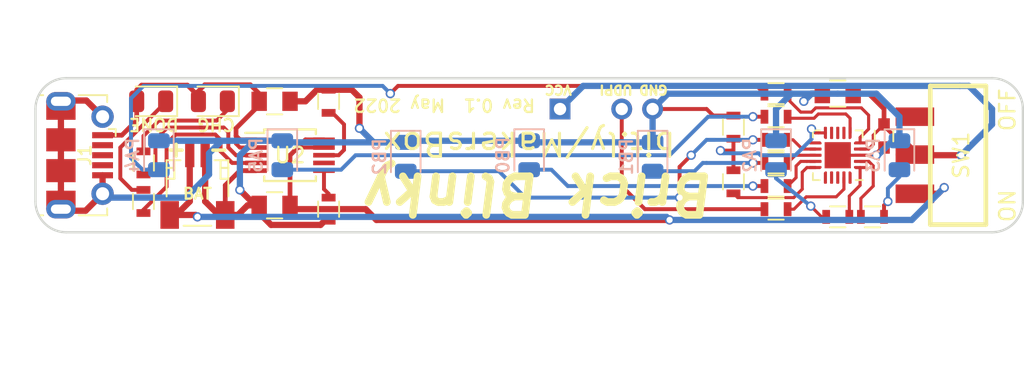
<source format=kicad_pcb>
(kicad_pcb (version 20171130) (host pcbnew "(5.1.10)-1")

  (general
    (thickness 1.6)
    (drawings 30)
    (tracks 296)
    (zones 0)
    (modules 33)
    (nets 29)
  )

  (page A)
  (title_block
    (title "Beetje 32U4 Blok")
    (date 2018-08-10)
    (rev 0.0)
    (company www.MakersBox.us)
    (comment 1 648.ken@gmail.com)
  )

  (layers
    (0 F.Cu signal)
    (31 B.Cu signal)
    (32 B.Adhes user)
    (33 F.Adhes user)
    (34 B.Paste user)
    (35 F.Paste user)
    (36 B.SilkS user)
    (37 F.SilkS user)
    (38 B.Mask user)
    (39 F.Mask user)
    (40 Dwgs.User user)
    (41 Cmts.User user)
    (42 Eco1.User user)
    (43 Eco2.User user)
    (44 Edge.Cuts user)
    (45 Margin user)
    (46 B.CrtYd user)
    (47 F.CrtYd user)
    (48 B.Fab user)
    (49 F.Fab user)
  )

  (setup
    (last_trace_width 0.4064)
    (user_trace_width 0.2)
    (user_trace_width 0.254)
    (user_trace_width 0.3048)
    (user_trace_width 0.4064)
    (user_trace_width 0.6096)
    (trace_clearance 0.2)
    (zone_clearance 0.35)
    (zone_45_only no)
    (trace_min 0.2)
    (via_size 0.6)
    (via_drill 0.4)
    (via_min_size 0.4)
    (via_min_drill 0.3)
    (uvia_size 0.3)
    (uvia_drill 0.1)
    (uvias_allowed no)
    (uvia_min_size 0.2)
    (uvia_min_drill 0.1)
    (edge_width 0.15)
    (segment_width 0.2)
    (pcb_text_width 0.3)
    (pcb_text_size 1.5 1.5)
    (mod_edge_width 0.15)
    (mod_text_size 1 1)
    (mod_text_width 0.15)
    (pad_size 1.7 1.7)
    (pad_drill 0.508)
    (pad_to_mask_clearance 0)
    (aux_axis_origin 0 0)
    (grid_origin 160.274 101.219)
    (visible_elements 7FFFFFFF)
    (pcbplotparams
      (layerselection 0x00030_80000001)
      (usegerberextensions false)
      (usegerberattributes true)
      (usegerberadvancedattributes true)
      (creategerberjobfile true)
      (excludeedgelayer true)
      (linewidth 0.100000)
      (plotframeref false)
      (viasonmask false)
      (mode 1)
      (useauxorigin false)
      (hpglpennumber 1)
      (hpglpenspeed 20)
      (hpglpendiameter 15.000000)
      (psnegative false)
      (psa4output false)
      (plotreference true)
      (plotvalue true)
      (plotinvisibletext false)
      (padsonsilk false)
      (subtractmaskfromsilk false)
      (outputformat 1)
      (mirror false)
      (drillshape 1)
      (scaleselection 1)
      (outputdirectory ""))
  )

  (net 0 "")
  (net 1 GND)
  (net 2 VCC)
  (net 3 /UPDI)
  (net 4 "Net-(D3-Pad2)")
  (net 5 "Net-(D4-Pad2)")
  (net 6 "Net-(D5-Pad2)")
  (net 7 "Net-(D6-Pad2)")
  (net 8 "Net-(D7-Pad2)")
  (net 9 "Net-(D8-Pad2)")
  (net 10 VBUS)
  (net 11 "Net-(D9-Pad2)")
  (net 12 "Net-(J3-Pad3)")
  (net 13 +BATT)
  (net 14 "Net-(D1-Pad1)")
  (net 15 "Net-(R4-Pad1)")
  (net 16 "Net-(R5-Pad1)")
  (net 17 "Net-(D2-Pad1)")
  (net 18 "Net-(R13-Pad1)")
  (net 19 "Net-(R14-Pad1)")
  (net 20 /PIN_PB4)
  (net 21 /PIN_PA4)
  (net 22 /PIN_PA5)
  (net 23 /PIN_PB1)
  (net 24 /PIN_PB2)
  (net 25 /PIN_PB0)
  (net 26 /PIN_PA2)
  (net 27 /PIN_PA3)
  (net 28 /PIN_PC0)

  (net_class Default "This is the default net class."
    (clearance 0.2)
    (trace_width 0.25)
    (via_dia 0.6)
    (via_drill 0.4)
    (uvia_dia 0.3)
    (uvia_drill 0.1)
    (add_net +BATT)
    (add_net /PIN_PA2)
    (add_net /PIN_PA3)
    (add_net /PIN_PA4)
    (add_net /PIN_PA5)
    (add_net /PIN_PB0)
    (add_net /PIN_PB1)
    (add_net /PIN_PB2)
    (add_net /PIN_PB4)
    (add_net /PIN_PC0)
    (add_net "Net-(D1-Pad1)")
    (add_net "Net-(D2-Pad1)")
    (add_net "Net-(D3-Pad2)")
    (add_net "Net-(D4-Pad2)")
    (add_net "Net-(D5-Pad2)")
    (add_net "Net-(D6-Pad2)")
    (add_net "Net-(D7-Pad2)")
    (add_net "Net-(D8-Pad2)")
    (add_net "Net-(D9-Pad2)")
    (add_net "Net-(J3-Pad3)")
    (add_net "Net-(R13-Pad1)")
    (add_net "Net-(R14-Pad1)")
    (add_net "Net-(R4-Pad1)")
    (add_net "Net-(R5-Pad1)")
    (add_net VBUS)
  )

  (net_class reduced ""
    (clearance 0.1)
    (trace_width 0.2)
    (via_dia 0.6)
    (via_drill 0.4)
    (uvia_dia 0.3)
    (uvia_drill 0.1)
    (add_net /UPDI)
    (add_net GND)
    (add_net VCC)
  )

  (module footprints:JST_SH_SM02B-SRSS-TB_02x1.00mm_Angled (layer F.Cu) (tedit 62804934) (tstamp 627F62E7)
    (at 106.774 83.1565)
    (descr http://www.jst-mfg.com/product/pdf/eng/eSH.pdf)
    (tags "connector jst sh")
    (path /5B7F07B5)
    (attr smd)
    (fp_text reference J2 (at -2.54 -2.413 270) (layer F.SilkS) hide
      (effects (font (size 1 1) (thickness 0.15)))
    )
    (fp_text value BAT (at 0 0.5625) (layer F.SilkS)
      (effects (font (size 0.7 0.7) (thickness 0.15)))
    )
    (fp_line (start -0.9 2.6375) (end 0.9 2.6375) (layer F.SilkS) (width 0.12))
    (fp_line (start -2 0.7375) (end -2 -1.6125) (layer F.SilkS) (width 0.12))
    (fp_line (start -2 -1.6125) (end -1.1 -1.6125) (layer F.SilkS) (width 0.12))
    (fp_line (start -1.5 -1.6125) (end -1.5 -0.4125) (layer F.SilkS) (width 0.12))
    (fp_line (start -1.5 -0.4125) (end -1.5 -0.4125) (layer F.SilkS) (width 0.12))
    (fp_line (start -1.5 -0.4125) (end -1.5 -1.6125) (layer F.SilkS) (width 0.12))
    (fp_line (start -1.5 -1.6125) (end -1.5 -1.6125) (layer F.SilkS) (width 0.12))
    (fp_line (start -1.5 -1.1125) (end -1.5 -1.1125) (layer F.SilkS) (width 0.12))
    (fp_line (start -1.5 -1.1125) (end -2 -1.1125) (layer F.SilkS) (width 0.12))
    (fp_line (start -2 -1.1125) (end -2 -1.1125) (layer F.SilkS) (width 0.12))
    (fp_line (start -2 -1.1125) (end -1.5 -1.1125) (layer F.SilkS) (width 0.12))
    (fp_line (start -1.5 -0.4125) (end -1.5 -0.4125) (layer F.SilkS) (width 0.12))
    (fp_line (start -1.5 -0.4125) (end -2 -0.4125) (layer F.SilkS) (width 0.12))
    (fp_line (start -2 -0.4125) (end -2 -0.4125) (layer F.SilkS) (width 0.12))
    (fp_line (start -2 -0.4125) (end -1.5 -0.4125) (layer F.SilkS) (width 0.12))
    (fp_line (start 2 0.7375) (end 2 -1.6125) (layer F.SilkS) (width 0.12))
    (fp_line (start 2 -1.6125) (end 1.1 -1.6125) (layer F.SilkS) (width 0.12))
    (fp_line (start 1.5 -1.6125) (end 1.5 -0.4125) (layer F.SilkS) (width 0.12))
    (fp_line (start 1.5 -0.4125) (end 1.5 -0.4125) (layer F.SilkS) (width 0.12))
    (fp_line (start 1.5 -0.4125) (end 1.5 -1.6125) (layer F.SilkS) (width 0.12))
    (fp_line (start 1.5 -1.6125) (end 1.5 -1.6125) (layer F.SilkS) (width 0.12))
    (fp_line (start 1.5 -1.1125) (end 1.5 -1.1125) (layer F.SilkS) (width 0.12))
    (fp_line (start 1.5 -1.1125) (end 2 -1.1125) (layer F.SilkS) (width 0.12))
    (fp_line (start 2 -1.1125) (end 2 -1.1125) (layer F.SilkS) (width 0.12))
    (fp_line (start 2 -1.1125) (end 1.5 -1.1125) (layer F.SilkS) (width 0.12))
    (fp_line (start 1.5 -0.4125) (end 1.5 -0.4125) (layer F.SilkS) (width 0.12))
    (fp_line (start 1.5 -0.4125) (end 2 -0.4125) (layer F.SilkS) (width 0.12))
    (fp_line (start 2 -0.4125) (end 2 -0.4125) (layer F.SilkS) (width 0.12))
    (fp_line (start 2 -0.4125) (end 1.5 -0.4125) (layer F.SilkS) (width 0.12))
    (fp_line (start -2.9 3.35) (end -2.9 -3.25) (layer F.CrtYd) (width 0.05))
    (fp_line (start -2.9 -3.25) (end 2.9 -3.25) (layer F.CrtYd) (width 0.05))
    (fp_line (start 2.9 -3.25) (end 2.9 3.35) (layer F.CrtYd) (width 0.05))
    (fp_line (start 2.9 3.35) (end -2.9 3.35) (layer F.CrtYd) (width 0.05))
    (pad 1 smd rect (at -0.5 -1.9375) (size 0.6 1.55) (layers F.Cu F.Paste F.Mask)
      (net 13 +BATT))
    (pad 2 smd rect (at 0.5 -1.9375) (size 0.6 1.55) (layers F.Cu F.Paste F.Mask)
      (net 1 GND))
    (pad 1 smd rect (at -1.8 1.9375) (size 1.2 1.8) (layers F.Cu F.Paste F.Mask)
      (net 13 +BATT))
    (pad 2 smd rect (at 1.8 1.9375) (size 1.2 1.8) (layers F.Cu F.Paste F.Mask)
      (net 1 GND))
  )

  (module footprints:R_0603 (layer F.Cu) (tedit 62378412) (tstamp 6237C6EB)
    (at 103.274 81.719 90)
    (descr "Resistor SMD 0603, reflow soldering, Vishay (see dcrcw.pdf)")
    (tags "resistor 0603")
    (path /5B7EF1EF)
    (attr smd)
    (fp_text reference R4 (at 0 -1.45 90) (layer F.SilkS) hide
      (effects (font (size 1 1) (thickness 0.15)))
    )
    (fp_text value 1K (at 0 -1.25 90) (layer F.Fab)
      (effects (font (size 1 1) (thickness 0.15)))
    )
    (fp_line (start 1.25 0.7) (end -1.25 0.7) (layer F.CrtYd) (width 0.05))
    (fp_line (start 1.25 0.7) (end 1.25 -0.7) (layer F.CrtYd) (width 0.05))
    (fp_line (start -1.25 -0.7) (end -1.25 0.7) (layer F.CrtYd) (width 0.05))
    (fp_line (start -1.25 -0.7) (end 1.25 -0.7) (layer F.CrtYd) (width 0.05))
    (fp_line (start -0.5 -0.68) (end 0.5 -0.68) (layer F.SilkS) (width 0.12))
    (fp_line (start 0.5 0.68) (end -0.5 0.68) (layer F.SilkS) (width 0.12))
    (fp_line (start -0.8 -0.4) (end 0.8 -0.4) (layer F.Fab) (width 0.1))
    (fp_line (start 0.8 -0.4) (end 0.8 0.4) (layer F.Fab) (width 0.1))
    (fp_line (start 0.8 0.4) (end -0.8 0.4) (layer F.Fab) (width 0.1))
    (fp_line (start -0.8 0.4) (end -0.8 -0.4) (layer F.Fab) (width 0.1))
    (fp_text user %R (at 0 0 90) (layer F.Fab)
      (effects (font (size 0.4 0.4) (thickness 0.075)))
    )
    (pad 2 smd rect (at 0.75 0 90) (size 0.5 0.9) (layers F.Cu F.Paste F.Mask)
      (net 14 "Net-(D1-Pad1)"))
    (pad 1 smd rect (at -0.75 0 90) (size 0.5 0.9) (layers F.Cu F.Paste F.Mask)
      (net 15 "Net-(R4-Pad1)"))
    (model ${KISYS3DMOD}/Resistors_SMD.3dshapes/R_0603.wrl
      (at (xyz 0 0 0))
      (scale (xyz 1 1 1))
      (rotate (xyz 0 0 0))
    )
  )

  (module footprints:R_0603 (layer F.Cu) (tedit 62378412) (tstamp 6237DACF)
    (at 115.274 84.719 270)
    (descr "Resistor SMD 0603, reflow soldering, Vishay (see dcrcw.pdf)")
    (tags "resistor 0603")
    (path /5B7EFA67)
    (attr smd)
    (fp_text reference R13 (at 0 -1.45 90) (layer F.SilkS) hide
      (effects (font (size 1 1) (thickness 0.15)))
    )
    (fp_text value 10K (at 0 -1.75 90) (layer F.Fab)
      (effects (font (size 1 1) (thickness 0.15)))
    )
    (fp_line (start 1.25 0.7) (end -1.25 0.7) (layer F.CrtYd) (width 0.05))
    (fp_line (start 1.25 0.7) (end 1.25 -0.7) (layer F.CrtYd) (width 0.05))
    (fp_line (start -1.25 -0.7) (end -1.25 0.7) (layer F.CrtYd) (width 0.05))
    (fp_line (start -1.25 -0.7) (end 1.25 -0.7) (layer F.CrtYd) (width 0.05))
    (fp_line (start -0.5 -0.68) (end 0.5 -0.68) (layer F.SilkS) (width 0.12))
    (fp_line (start 0.5 0.68) (end -0.5 0.68) (layer F.SilkS) (width 0.12))
    (fp_line (start -0.8 -0.4) (end 0.8 -0.4) (layer F.Fab) (width 0.1))
    (fp_line (start 0.8 -0.4) (end 0.8 0.4) (layer F.Fab) (width 0.1))
    (fp_line (start 0.8 0.4) (end -0.8 0.4) (layer F.Fab) (width 0.1))
    (fp_line (start -0.8 0.4) (end -0.8 -0.4) (layer F.Fab) (width 0.1))
    (fp_text user %R (at 0 0 90) (layer F.Fab)
      (effects (font (size 0.4 0.4) (thickness 0.075)))
    )
    (pad 2 smd rect (at 0.75 0 270) (size 0.5 0.9) (layers F.Cu F.Paste F.Mask)
      (net 1 GND))
    (pad 1 smd rect (at -0.75 0 270) (size 0.5 0.9) (layers F.Cu F.Paste F.Mask)
      (net 18 "Net-(R13-Pad1)"))
    (model ${KISYS3DMOD}/Resistors_SMD.3dshapes/R_0603.wrl
      (at (xyz 0 0 0))
      (scale (xyz 1 1 1))
      (rotate (xyz 0 0 0))
    )
  )

  (module footprints:R_0603 (layer F.Cu) (tedit 62378412) (tstamp 6237C6DA)
    (at 115.274 77.719 90)
    (descr "Resistor SMD 0603, reflow soldering, Vishay (see dcrcw.pdf)")
    (tags "resistor 0603")
    (path /5E84F5CB)
    (attr smd)
    (fp_text reference R14 (at 0 -1.45 90) (layer F.SilkS) hide
      (effects (font (size 1 1) (thickness 0.15)))
    )
    (fp_text value 10K (at 0 2 90) (layer F.Fab)
      (effects (font (size 1 1) (thickness 0.15)))
    )
    (fp_line (start 1.25 0.7) (end -1.25 0.7) (layer F.CrtYd) (width 0.05))
    (fp_line (start 1.25 0.7) (end 1.25 -0.7) (layer F.CrtYd) (width 0.05))
    (fp_line (start -1.25 -0.7) (end -1.25 0.7) (layer F.CrtYd) (width 0.05))
    (fp_line (start -1.25 -0.7) (end 1.25 -0.7) (layer F.CrtYd) (width 0.05))
    (fp_line (start -0.5 -0.68) (end 0.5 -0.68) (layer F.SilkS) (width 0.12))
    (fp_line (start 0.5 0.68) (end -0.5 0.68) (layer F.SilkS) (width 0.12))
    (fp_line (start -0.8 -0.4) (end 0.8 -0.4) (layer F.Fab) (width 0.1))
    (fp_line (start 0.8 -0.4) (end 0.8 0.4) (layer F.Fab) (width 0.1))
    (fp_line (start 0.8 0.4) (end -0.8 0.4) (layer F.Fab) (width 0.1))
    (fp_line (start -0.8 0.4) (end -0.8 -0.4) (layer F.Fab) (width 0.1))
    (fp_text user %R (at 0 0 90) (layer F.Fab)
      (effects (font (size 0.4 0.4) (thickness 0.075)))
    )
    (pad 2 smd rect (at 0.75 0 90) (size 0.5 0.9) (layers F.Cu F.Paste F.Mask)
      (net 1 GND))
    (pad 1 smd rect (at -0.75 0 90) (size 0.5 0.9) (layers F.Cu F.Paste F.Mask)
      (net 19 "Net-(R14-Pad1)"))
    (model ${KISYS3DMOD}/Resistors_SMD.3dshapes/R_0603.wrl
      (at (xyz 0 0 0))
      (scale (xyz 1 1 1))
      (rotate (xyz 0 0 0))
    )
  )

  (module footprints:R_0603 (layer F.Cu) (tedit 62378412) (tstamp 6237DC6E)
    (at 103.274 84.219 90)
    (descr "Resistor SMD 0603, reflow soldering, Vishay (see dcrcw.pdf)")
    (tags "resistor 0603")
    (path /5E84D4BF)
    (attr smd)
    (fp_text reference R5 (at 0 -1.45 90) (layer F.SilkS) hide
      (effects (font (size 1 1) (thickness 0.15)))
    )
    (fp_text value 1K (at 0 -1.25 90) (layer F.Fab)
      (effects (font (size 1 1) (thickness 0.15)))
    )
    (fp_line (start 1.25 0.7) (end -1.25 0.7) (layer F.CrtYd) (width 0.05))
    (fp_line (start 1.25 0.7) (end 1.25 -0.7) (layer F.CrtYd) (width 0.05))
    (fp_line (start -1.25 -0.7) (end -1.25 0.7) (layer F.CrtYd) (width 0.05))
    (fp_line (start -1.25 -0.7) (end 1.25 -0.7) (layer F.CrtYd) (width 0.05))
    (fp_line (start -0.5 -0.68) (end 0.5 -0.68) (layer F.SilkS) (width 0.12))
    (fp_line (start 0.5 0.68) (end -0.5 0.68) (layer F.SilkS) (width 0.12))
    (fp_line (start -0.8 -0.4) (end 0.8 -0.4) (layer F.Fab) (width 0.1))
    (fp_line (start 0.8 -0.4) (end 0.8 0.4) (layer F.Fab) (width 0.1))
    (fp_line (start 0.8 0.4) (end -0.8 0.4) (layer F.Fab) (width 0.1))
    (fp_line (start -0.8 0.4) (end -0.8 -0.4) (layer F.Fab) (width 0.1))
    (fp_text user %R (at 0 0 90) (layer F.Fab)
      (effects (font (size 0.4 0.4) (thickness 0.075)))
    )
    (pad 2 smd rect (at 0.75 0 90) (size 0.5 0.9) (layers F.Cu F.Paste F.Mask)
      (net 17 "Net-(D2-Pad1)"))
    (pad 1 smd rect (at -0.75 0 90) (size 0.5 0.9) (layers F.Cu F.Paste F.Mask)
      (net 16 "Net-(R5-Pad1)"))
    (model ${KISYS3DMOD}/Resistors_SMD.3dshapes/R_0603.wrl
      (at (xyz 0 0 0))
      (scale (xyz 1 1 1))
      (rotate (xyz 0 0 0))
    )
  )

  (module footprints:R_0603 (layer F.Cu) (tedit 62378412) (tstamp 62314B45)
    (at 144.274 84.719 180)
    (descr "Resistor SMD 0603, reflow soldering, Vishay (see dcrcw.pdf)")
    (tags "resistor 0603")
    (path /5B44E5C9)
    (attr smd)
    (fp_text reference R3 (at -2.25 0) (layer F.SilkS) hide
      (effects (font (size 1 1) (thickness 0.15)))
    )
    (fp_text value 100 (at 0 -2.5) (layer F.Fab)
      (effects (font (size 1 1) (thickness 0.15)))
    )
    (fp_line (start 1.25 0.7) (end -1.25 0.7) (layer F.CrtYd) (width 0.05))
    (fp_line (start 1.25 0.7) (end 1.25 -0.7) (layer F.CrtYd) (width 0.05))
    (fp_line (start -1.25 -0.7) (end -1.25 0.7) (layer F.CrtYd) (width 0.05))
    (fp_line (start -1.25 -0.7) (end 1.25 -0.7) (layer F.CrtYd) (width 0.05))
    (fp_line (start -0.5 -0.68) (end 0.5 -0.68) (layer F.SilkS) (width 0.12))
    (fp_line (start 0.5 0.68) (end -0.5 0.68) (layer F.SilkS) (width 0.12))
    (fp_line (start -0.8 -0.4) (end 0.8 -0.4) (layer F.Fab) (width 0.1))
    (fp_line (start 0.8 -0.4) (end 0.8 0.4) (layer F.Fab) (width 0.1))
    (fp_line (start 0.8 0.4) (end -0.8 0.4) (layer F.Fab) (width 0.1))
    (fp_line (start -0.8 0.4) (end -0.8 -0.4) (layer F.Fab) (width 0.1))
    (fp_text user %R (at 0 0) (layer F.Fab)
      (effects (font (size 0.4 0.4) (thickness 0.075)))
    )
    (pad 2 smd rect (at 0.75 0 180) (size 0.5 0.9) (layers F.Cu F.Paste F.Mask)
      (net 12 "Net-(J3-Pad3)"))
    (pad 1 smd rect (at -0.75 0 180) (size 0.5 0.9) (layers F.Cu F.Paste F.Mask)
      (net 3 /UPDI))
    (model ${KISYS3DMOD}/Resistors_SMD.3dshapes/R_0603.wrl
      (at (xyz 0 0 0))
      (scale (xyz 1 1 1))
      (rotate (xyz 0 0 0))
    )
  )

  (module footprints:R_0603 (layer F.Cu) (tedit 62378412) (tstamp 62314B56)
    (at 144.274 77.219 180)
    (descr "Resistor SMD 0603, reflow soldering, Vishay (see dcrcw.pdf)")
    (tags "resistor 0603")
    (path /5B988442)
    (attr smd)
    (fp_text reference R6 (at -2.25 0) (layer F.SilkS) hide
      (effects (font (size 1 1) (thickness 0.15)))
    )
    (fp_text value 100 (at 0 1.75) (layer F.Fab)
      (effects (font (size 1 1) (thickness 0.15)))
    )
    (fp_line (start 1.25 0.7) (end -1.25 0.7) (layer F.CrtYd) (width 0.05))
    (fp_line (start 1.25 0.7) (end 1.25 -0.7) (layer F.CrtYd) (width 0.05))
    (fp_line (start -1.25 -0.7) (end -1.25 0.7) (layer F.CrtYd) (width 0.05))
    (fp_line (start -1.25 -0.7) (end 1.25 -0.7) (layer F.CrtYd) (width 0.05))
    (fp_line (start -0.5 -0.68) (end 0.5 -0.68) (layer F.SilkS) (width 0.12))
    (fp_line (start 0.5 0.68) (end -0.5 0.68) (layer F.SilkS) (width 0.12))
    (fp_line (start -0.8 -0.4) (end 0.8 -0.4) (layer F.Fab) (width 0.1))
    (fp_line (start 0.8 -0.4) (end 0.8 0.4) (layer F.Fab) (width 0.1))
    (fp_line (start 0.8 0.4) (end -0.8 0.4) (layer F.Fab) (width 0.1))
    (fp_line (start -0.8 0.4) (end -0.8 -0.4) (layer F.Fab) (width 0.1))
    (fp_text user %R (at 0 0) (layer F.Fab)
      (effects (font (size 0.4 0.4) (thickness 0.075)))
    )
    (pad 2 smd rect (at 0.75 0 180) (size 0.5 0.9) (layers F.Cu F.Paste F.Mask)
      (net 4 "Net-(D3-Pad2)"))
    (pad 1 smd rect (at -0.75 0 180) (size 0.5 0.9) (layers F.Cu F.Paste F.Mask)
      (net 21 /PIN_PA4))
    (model ${KISYS3DMOD}/Resistors_SMD.3dshapes/R_0603.wrl
      (at (xyz 0 0 0))
      (scale (xyz 1 1 1))
      (rotate (xyz 0 0 0))
    )
  )

  (module footprints:R_0603 (layer F.Cu) (tedit 62378412) (tstamp 6237E266)
    (at 144.274 78.719 180)
    (descr "Resistor SMD 0603, reflow soldering, Vishay (see dcrcw.pdf)")
    (tags "resistor 0603")
    (path /6235959B)
    (attr smd)
    (fp_text reference R7 (at -2.25 0) (layer F.SilkS) hide
      (effects (font (size 1 1) (thickness 0.15)))
    )
    (fp_text value 100 (at 0 1.5) (layer F.Fab)
      (effects (font (size 1 1) (thickness 0.15)))
    )
    (fp_line (start 1.25 0.7) (end -1.25 0.7) (layer F.CrtYd) (width 0.05))
    (fp_line (start 1.25 0.7) (end 1.25 -0.7) (layer F.CrtYd) (width 0.05))
    (fp_line (start -1.25 -0.7) (end -1.25 0.7) (layer F.CrtYd) (width 0.05))
    (fp_line (start -1.25 -0.7) (end 1.25 -0.7) (layer F.CrtYd) (width 0.05))
    (fp_line (start -0.5 -0.68) (end 0.5 -0.68) (layer F.SilkS) (width 0.12))
    (fp_line (start 0.5 0.68) (end -0.5 0.68) (layer F.SilkS) (width 0.12))
    (fp_line (start -0.8 -0.4) (end 0.8 -0.4) (layer F.Fab) (width 0.1))
    (fp_line (start 0.8 -0.4) (end 0.8 0.4) (layer F.Fab) (width 0.1))
    (fp_line (start 0.8 0.4) (end -0.8 0.4) (layer F.Fab) (width 0.1))
    (fp_line (start -0.8 0.4) (end -0.8 -0.4) (layer F.Fab) (width 0.1))
    (fp_text user %R (at 0 0) (layer F.Fab)
      (effects (font (size 0.4 0.4) (thickness 0.075)))
    )
    (pad 2 smd rect (at 0.75 0 180) (size 0.5 0.9) (layers F.Cu F.Paste F.Mask)
      (net 5 "Net-(D4-Pad2)"))
    (pad 1 smd rect (at -0.75 0 180) (size 0.5 0.9) (layers F.Cu F.Paste F.Mask)
      (net 22 /PIN_PA5))
    (model ${KISYS3DMOD}/Resistors_SMD.3dshapes/R_0603.wrl
      (at (xyz 0 0 0))
      (scale (xyz 1 1 1))
      (rotate (xyz 0 0 0))
    )
  )

  (module footprints:R_0603 (layer F.Cu) (tedit 62378412) (tstamp 623173FE)
    (at 144.274 81.719 180)
    (descr "Resistor SMD 0603, reflow soldering, Vishay (see dcrcw.pdf)")
    (tags "resistor 0603")
    (path /62359D4C)
    (attr smd)
    (fp_text reference R8 (at 2.25 0) (layer F.SilkS) hide
      (effects (font (size 1 1) (thickness 0.15)))
    )
    (fp_text value 100 (at 0 1.5) (layer F.Fab)
      (effects (font (size 1 1) (thickness 0.15)))
    )
    (fp_line (start 1.25 0.7) (end -1.25 0.7) (layer F.CrtYd) (width 0.05))
    (fp_line (start 1.25 0.7) (end 1.25 -0.7) (layer F.CrtYd) (width 0.05))
    (fp_line (start -1.25 -0.7) (end -1.25 0.7) (layer F.CrtYd) (width 0.05))
    (fp_line (start -1.25 -0.7) (end 1.25 -0.7) (layer F.CrtYd) (width 0.05))
    (fp_line (start -0.5 -0.68) (end 0.5 -0.68) (layer F.SilkS) (width 0.12))
    (fp_line (start 0.5 0.68) (end -0.5 0.68) (layer F.SilkS) (width 0.12))
    (fp_line (start -0.8 -0.4) (end 0.8 -0.4) (layer F.Fab) (width 0.1))
    (fp_line (start 0.8 -0.4) (end 0.8 0.4) (layer F.Fab) (width 0.1))
    (fp_line (start 0.8 0.4) (end -0.8 0.4) (layer F.Fab) (width 0.1))
    (fp_line (start -0.8 0.4) (end -0.8 -0.4) (layer F.Fab) (width 0.1))
    (fp_text user %R (at 0 0) (layer F.Fab)
      (effects (font (size 0.4 0.4) (thickness 0.075)))
    )
    (pad 2 smd rect (at 0.75 0 180) (size 0.5 0.9) (layers F.Cu F.Paste F.Mask)
      (net 6 "Net-(D5-Pad2)"))
    (pad 1 smd rect (at -0.75 0 180) (size 0.5 0.9) (layers F.Cu F.Paste F.Mask)
      (net 23 /PIN_PB1))
    (model ${KISYS3DMOD}/Resistors_SMD.3dshapes/R_0603.wrl
      (at (xyz 0 0 0))
      (scale (xyz 1 1 1))
      (rotate (xyz 0 0 0))
    )
  )

  (module footprints:R_0603 (layer F.Cu) (tedit 62378412) (tstamp 623164CA)
    (at 144.274 80.219 180)
    (descr "Resistor SMD 0603, reflow soldering, Vishay (see dcrcw.pdf)")
    (tags "resistor 0603")
    (path /6235A6D5)
    (attr smd)
    (fp_text reference R9 (at 2.25 0) (layer F.SilkS) hide
      (effects (font (size 1 1) (thickness 0.15)))
    )
    (fp_text value 100 (at 0 1.5) (layer F.Fab)
      (effects (font (size 1 1) (thickness 0.15)))
    )
    (fp_line (start 1.25 0.7) (end -1.25 0.7) (layer F.CrtYd) (width 0.05))
    (fp_line (start 1.25 0.7) (end 1.25 -0.7) (layer F.CrtYd) (width 0.05))
    (fp_line (start -1.25 -0.7) (end -1.25 0.7) (layer F.CrtYd) (width 0.05))
    (fp_line (start -1.25 -0.7) (end 1.25 -0.7) (layer F.CrtYd) (width 0.05))
    (fp_line (start -0.5 -0.68) (end 0.5 -0.68) (layer F.SilkS) (width 0.12))
    (fp_line (start 0.5 0.68) (end -0.5 0.68) (layer F.SilkS) (width 0.12))
    (fp_line (start -0.8 -0.4) (end 0.8 -0.4) (layer F.Fab) (width 0.1))
    (fp_line (start 0.8 -0.4) (end 0.8 0.4) (layer F.Fab) (width 0.1))
    (fp_line (start 0.8 0.4) (end -0.8 0.4) (layer F.Fab) (width 0.1))
    (fp_line (start -0.8 0.4) (end -0.8 -0.4) (layer F.Fab) (width 0.1))
    (fp_text user %R (at 0 0) (layer F.Fab)
      (effects (font (size 0.4 0.4) (thickness 0.075)))
    )
    (pad 2 smd rect (at 0.75 0 180) (size 0.5 0.9) (layers F.Cu F.Paste F.Mask)
      (net 7 "Net-(D6-Pad2)"))
    (pad 1 smd rect (at -0.75 0 180) (size 0.5 0.9) (layers F.Cu F.Paste F.Mask)
      (net 24 /PIN_PB2))
    (model ${KISYS3DMOD}/Resistors_SMD.3dshapes/R_0603.wrl
      (at (xyz 0 0 0))
      (scale (xyz 1 1 1))
      (rotate (xyz 0 0 0))
    )
  )

  (module footprints:R_0603 (layer F.Cu) (tedit 62378412) (tstamp 623164DB)
    (at 144.274 83.219 180)
    (descr "Resistor SMD 0603, reflow soldering, Vishay (see dcrcw.pdf)")
    (tags "resistor 0603")
    (path /6235B49C)
    (attr smd)
    (fp_text reference R10 (at -2.25 0) (layer F.SilkS) hide
      (effects (font (size 1 1) (thickness 0.15)))
    )
    (fp_text value 100 (at 0 1.5) (layer F.Fab)
      (effects (font (size 1 1) (thickness 0.15)))
    )
    (fp_line (start 1.25 0.7) (end -1.25 0.7) (layer F.CrtYd) (width 0.05))
    (fp_line (start 1.25 0.7) (end 1.25 -0.7) (layer F.CrtYd) (width 0.05))
    (fp_line (start -1.25 -0.7) (end -1.25 0.7) (layer F.CrtYd) (width 0.05))
    (fp_line (start -1.25 -0.7) (end 1.25 -0.7) (layer F.CrtYd) (width 0.05))
    (fp_line (start -0.5 -0.68) (end 0.5 -0.68) (layer F.SilkS) (width 0.12))
    (fp_line (start 0.5 0.68) (end -0.5 0.68) (layer F.SilkS) (width 0.12))
    (fp_line (start -0.8 -0.4) (end 0.8 -0.4) (layer F.Fab) (width 0.1))
    (fp_line (start 0.8 -0.4) (end 0.8 0.4) (layer F.Fab) (width 0.1))
    (fp_line (start 0.8 0.4) (end -0.8 0.4) (layer F.Fab) (width 0.1))
    (fp_line (start -0.8 0.4) (end -0.8 -0.4) (layer F.Fab) (width 0.1))
    (fp_text user %R (at 0 0) (layer F.Fab)
      (effects (font (size 0.4 0.4) (thickness 0.075)))
    )
    (pad 2 smd rect (at 0.75 0 180) (size 0.5 0.9) (layers F.Cu F.Paste F.Mask)
      (net 8 "Net-(D7-Pad2)"))
    (pad 1 smd rect (at -0.75 0 180) (size 0.5 0.9) (layers F.Cu F.Paste F.Mask)
      (net 25 /PIN_PB0))
    (model ${KISYS3DMOD}/Resistors_SMD.3dshapes/R_0603.wrl
      (at (xyz 0 0 0))
      (scale (xyz 1 1 1))
      (rotate (xyz 0 0 0))
    )
  )

  (module footprints:R_0603 (layer F.Cu) (tedit 62378412) (tstamp 6237E413)
    (at 148.274 85.219 180)
    (descr "Resistor SMD 0603, reflow soldering, Vishay (see dcrcw.pdf)")
    (tags "resistor 0603")
    (path /6235C0A7)
    (attr smd)
    (fp_text reference R11 (at 0 1.25) (layer F.SilkS) hide
      (effects (font (size 1 1) (thickness 0.15)))
    )
    (fp_text value 100 (at 0.25 -2) (layer F.Fab)
      (effects (font (size 1 1) (thickness 0.15)))
    )
    (fp_line (start 1.25 0.7) (end -1.25 0.7) (layer F.CrtYd) (width 0.05))
    (fp_line (start 1.25 0.7) (end 1.25 -0.7) (layer F.CrtYd) (width 0.05))
    (fp_line (start -1.25 -0.7) (end -1.25 0.7) (layer F.CrtYd) (width 0.05))
    (fp_line (start -1.25 -0.7) (end 1.25 -0.7) (layer F.CrtYd) (width 0.05))
    (fp_line (start -0.5 -0.68) (end 0.5 -0.68) (layer F.SilkS) (width 0.12))
    (fp_line (start 0.5 0.68) (end -0.5 0.68) (layer F.SilkS) (width 0.12))
    (fp_line (start -0.8 -0.4) (end 0.8 -0.4) (layer F.Fab) (width 0.1))
    (fp_line (start 0.8 -0.4) (end 0.8 0.4) (layer F.Fab) (width 0.1))
    (fp_line (start 0.8 0.4) (end -0.8 0.4) (layer F.Fab) (width 0.1))
    (fp_line (start -0.8 0.4) (end -0.8 -0.4) (layer F.Fab) (width 0.1))
    (fp_text user %R (at 0 0 90) (layer F.Fab)
      (effects (font (size 0.4 0.4) (thickness 0.075)))
    )
    (pad 2 smd rect (at 0.75 0 180) (size 0.5 0.9) (layers F.Cu F.Paste F.Mask)
      (net 11 "Net-(D9-Pad2)"))
    (pad 1 smd rect (at -0.75 0 180) (size 0.5 0.9) (layers F.Cu F.Paste F.Mask)
      (net 26 /PIN_PA2))
    (model ${KISYS3DMOD}/Resistors_SMD.3dshapes/R_0603.wrl
      (at (xyz 0 0 0))
      (scale (xyz 1 1 1))
      (rotate (xyz 0 0 0))
    )
  )

  (module footprints:R_0603 (layer F.Cu) (tedit 62378412) (tstamp 623800C0)
    (at 150.524 85.219)
    (descr "Resistor SMD 0603, reflow soldering, Vishay (see dcrcw.pdf)")
    (tags "resistor 0603")
    (path /6235CC68)
    (attr smd)
    (fp_text reference R12 (at 0 1.25) (layer F.SilkS) hide
      (effects (font (size 1 1) (thickness 0.15)))
    )
    (fp_text value 100 (at 0.75 2) (layer F.Fab)
      (effects (font (size 1 1) (thickness 0.15)))
    )
    (fp_line (start 1.25 0.7) (end -1.25 0.7) (layer F.CrtYd) (width 0.05))
    (fp_line (start 1.25 0.7) (end 1.25 -0.7) (layer F.CrtYd) (width 0.05))
    (fp_line (start -1.25 -0.7) (end -1.25 0.7) (layer F.CrtYd) (width 0.05))
    (fp_line (start -1.25 -0.7) (end 1.25 -0.7) (layer F.CrtYd) (width 0.05))
    (fp_line (start -0.5 -0.68) (end 0.5 -0.68) (layer F.SilkS) (width 0.12))
    (fp_line (start 0.5 0.68) (end -0.5 0.68) (layer F.SilkS) (width 0.12))
    (fp_line (start -0.8 -0.4) (end 0.8 -0.4) (layer F.Fab) (width 0.1))
    (fp_line (start 0.8 -0.4) (end 0.8 0.4) (layer F.Fab) (width 0.1))
    (fp_line (start 0.8 0.4) (end -0.8 0.4) (layer F.Fab) (width 0.1))
    (fp_line (start -0.8 0.4) (end -0.8 -0.4) (layer F.Fab) (width 0.1))
    (fp_text user %R (at 0 0) (layer F.Fab)
      (effects (font (size 0.4 0.4) (thickness 0.075)))
    )
    (pad 2 smd rect (at 0.75 0) (size 0.5 0.9) (layers F.Cu F.Paste F.Mask)
      (net 9 "Net-(D8-Pad2)"))
    (pad 1 smd rect (at -0.75 0) (size 0.5 0.9) (layers F.Cu F.Paste F.Mask)
      (net 27 /PIN_PA3))
    (model ${KISYS3DMOD}/Resistors_SMD.3dshapes/R_0603.wrl
      (at (xyz 0 0 0))
      (scale (xyz 1 1 1))
      (rotate (xyz 0 0 0))
    )
  )

  (module footprints:R_0603 (layer F.Cu) (tedit 62378412) (tstamp 6237E64B)
    (at 141.514001 82.943999 90)
    (descr "Resistor SMD 0603, reflow soldering, Vishay (see dcrcw.pdf)")
    (tags "resistor 0603")
    (path /6245FC21)
    (attr smd)
    (fp_text reference R1 (at 0 -1.45 90) (layer F.SilkS) hide
      (effects (font (size 1 1) (thickness 0.15)))
    )
    (fp_text value 39K (at 0 -2.490001 180) (layer F.Fab)
      (effects (font (size 0.8 0.8) (thickness 0.15)))
    )
    (fp_line (start 1.25 0.7) (end -1.25 0.7) (layer F.CrtYd) (width 0.05))
    (fp_line (start 1.25 0.7) (end 1.25 -0.7) (layer F.CrtYd) (width 0.05))
    (fp_line (start -1.25 -0.7) (end -1.25 0.7) (layer F.CrtYd) (width 0.05))
    (fp_line (start -1.25 -0.7) (end 1.25 -0.7) (layer F.CrtYd) (width 0.05))
    (fp_line (start -0.5 -0.68) (end 0.5 -0.68) (layer F.SilkS) (width 0.12))
    (fp_line (start 0.5 0.68) (end -0.5 0.68) (layer F.SilkS) (width 0.12))
    (fp_line (start -0.8 -0.4) (end 0.8 -0.4) (layer F.Fab) (width 0.1))
    (fp_line (start 0.8 -0.4) (end 0.8 0.4) (layer F.Fab) (width 0.1))
    (fp_line (start 0.8 0.4) (end -0.8 0.4) (layer F.Fab) (width 0.1))
    (fp_line (start -0.8 0.4) (end -0.8 -0.4) (layer F.Fab) (width 0.1))
    (fp_text user %R (at 0 0 90) (layer F.Fab)
      (effects (font (size 0.4 0.4) (thickness 0.075)))
    )
    (pad 2 smd rect (at 0.75 0 90) (size 0.5 0.9) (layers F.Cu F.Paste F.Mask)
      (net 20 /PIN_PB4))
    (pad 1 smd rect (at -0.75 0 90) (size 0.5 0.9) (layers F.Cu F.Paste F.Mask)
      (net 28 /PIN_PC0))
    (model ${KISYS3DMOD}/Resistors_SMD.3dshapes/R_0603.wrl
      (at (xyz 0 0 0))
      (scale (xyz 1 1 1))
      (rotate (xyz 0 0 0))
    )
  )

  (module footprints:R_0603 (layer F.Cu) (tedit 62378412) (tstamp 6237E65C)
    (at 141.514001 79.393999 90)
    (descr "Resistor SMD 0603, reflow soldering, Vishay (see dcrcw.pdf)")
    (tags "resistor 0603")
    (path /62367648)
    (attr smd)
    (fp_text reference R2 (at 0 -1.45 90) (layer F.SilkS) hide
      (effects (font (size 1 1) (thickness 0.15)))
    )
    (fp_text value 10K (at 0 -2.240001 180) (layer F.Fab)
      (effects (font (size 0.8 0.8) (thickness 0.15)))
    )
    (fp_line (start 1.25 0.7) (end -1.25 0.7) (layer F.CrtYd) (width 0.05))
    (fp_line (start 1.25 0.7) (end 1.25 -0.7) (layer F.CrtYd) (width 0.05))
    (fp_line (start -1.25 -0.7) (end -1.25 0.7) (layer F.CrtYd) (width 0.05))
    (fp_line (start -1.25 -0.7) (end 1.25 -0.7) (layer F.CrtYd) (width 0.05))
    (fp_line (start -0.5 -0.68) (end 0.5 -0.68) (layer F.SilkS) (width 0.12))
    (fp_line (start 0.5 0.68) (end -0.5 0.68) (layer F.SilkS) (width 0.12))
    (fp_line (start -0.8 -0.4) (end 0.8 -0.4) (layer F.Fab) (width 0.1))
    (fp_line (start 0.8 -0.4) (end 0.8 0.4) (layer F.Fab) (width 0.1))
    (fp_line (start 0.8 0.4) (end -0.8 0.4) (layer F.Fab) (width 0.1))
    (fp_line (start -0.8 0.4) (end -0.8 -0.4) (layer F.Fab) (width 0.1))
    (fp_text user %R (at 0 0 90) (layer F.Fab)
      (effects (font (size 0.4 0.4) (thickness 0.075)))
    )
    (pad 2 smd rect (at 0.75 0 90) (size 0.5 0.9) (layers F.Cu F.Paste F.Mask)
      (net 1 GND))
    (pad 1 smd rect (at -0.75 0 90) (size 0.5 0.9) (layers F.Cu F.Paste F.Mask)
      (net 20 /PIN_PB4))
    (model ${KISYS3DMOD}/Resistors_SMD.3dshapes/R_0603.wrl
      (at (xyz 0 0 0))
      (scale (xyz 1 1 1))
      (rotate (xyz 0 0 0))
    )
  )

  (module footprints:SPST_SMD (layer F.Cu) (tedit 623771F1) (tstamp 6237D54E)
    (at 153.274 81.219 90)
    (descr "Through hole pin header")
    (tags "pin header")
    (path /6236BF65)
    (fp_text reference SW1 (at 0 3 90) (layer F.SilkS)
      (effects (font (size 1 1) (thickness 0.15)))
    )
    (fp_text value SW_SPST (at 0.1 2.25 90) (layer F.Fab)
      (effects (font (size 1 1) (thickness 0.15)))
    )
    (fp_line (start -0.5 7) (end -0.5 4.5) (layer Dwgs.User) (width 0.12))
    (fp_line (start -2 7) (end -0.5 7) (layer Dwgs.User) (width 0.12))
    (fp_line (start -2 4.5) (end -2 7) (layer Dwgs.User) (width 0.12))
    (fp_line (start -4.5 4.6) (end 4.5 4.6) (layer F.SilkS) (width 0.3048))
    (fp_line (start 4.5 1) (end 4.5 4.6) (layer F.SilkS) (width 0.3048))
    (fp_line (start -4.5 1) (end -4.5 4.6) (layer F.SilkS) (width 0.3048))
    (fp_line (start -4.5 1) (end 4.5 1) (layer F.SilkS) (width 0.3048))
    (fp_text user JS102011SAQN (at 0 4 90) (layer F.Fab)
      (effects (font (size 0.8 0.8) (thickness 0.1)))
    )
    (pad "" np_thru_hole circle (at 3.4 2.75 90) (size 0.9 0.9) (drill 0.9) (layers *.Cu *.Mask))
    (pad 1 smd rect (at -2.5 0 90) (size 1.2 2.5) (layers F.Cu F.Paste F.Mask)
      (net 13 +BATT))
    (pad 2 smd rect (at 0.04 0 90) (size 1.2 2.5) (layers F.Cu F.Paste F.Mask)
      (net 2 VCC))
    (pad 3 smd rect (at 2.5 0 90) (size 1.2 2.5) (layers F.Cu F.Paste F.Mask))
    (pad "" np_thru_hole circle (at -3.4 2.75 90) (size 0.9 0.9) (drill 0.9) (layers *.Cu *.Mask))
    (model Pin_Headers.3dshapes/Pin_Header_Straight_2x06.wrl
      (offset (xyz 1.269999980926514 -6.349999904632568 0))
      (scale (xyz 1 1 1))
      (rotate (xyz 0 0 90))
    )
  )

  (module footprints:C_0805 (layer F.Cu) (tedit 58AA8463) (tstamp 6237C67E)
    (at 111.774 77.719)
    (descr "Capacitor SMD 0805, reflow soldering, AVX (see smccp.pdf)")
    (tags "capacitor 0805")
    (path /5B77416F)
    (attr smd)
    (fp_text reference C3 (at -0.1 -2.8) (layer F.SilkS) hide
      (effects (font (size 1 1) (thickness 0.15)))
    )
    (fp_text value 10uF (at 0 -2.25) (layer F.Fab)
      (effects (font (size 1 1) (thickness 0.15)))
    )
    (fp_line (start -1 0.62) (end -1 -0.62) (layer F.Fab) (width 0.1))
    (fp_line (start 1 0.62) (end -1 0.62) (layer F.Fab) (width 0.1))
    (fp_line (start 1 -0.62) (end 1 0.62) (layer F.Fab) (width 0.1))
    (fp_line (start -1 -0.62) (end 1 -0.62) (layer F.Fab) (width 0.1))
    (fp_line (start 0.5 -0.85) (end -0.5 -0.85) (layer F.SilkS) (width 0.12))
    (fp_line (start -0.5 0.85) (end 0.5 0.85) (layer F.SilkS) (width 0.12))
    (fp_line (start -1.75 -0.88) (end 1.75 -0.88) (layer F.CrtYd) (width 0.05))
    (fp_line (start -1.75 -0.88) (end -1.75 0.87) (layer F.CrtYd) (width 0.05))
    (fp_line (start 1.75 0.87) (end 1.75 -0.88) (layer F.CrtYd) (width 0.05))
    (fp_line (start 1.75 0.87) (end -1.75 0.87) (layer F.CrtYd) (width 0.05))
    (fp_text user %R (at 0 -1.5) (layer F.Fab) hide
      (effects (font (size 1 1) (thickness 0.15)))
    )
    (pad 2 smd rect (at 1 0) (size 1 1.25) (layers F.Cu F.Paste F.Mask)
      (net 1 GND))
    (pad 1 smd rect (at -1 0) (size 1 1.25) (layers F.Cu F.Paste F.Mask)
      (net 10 VBUS))
    (model Capacitors_SMD.3dshapes/C_0805.wrl
      (at (xyz 0 0 0))
      (scale (xyz 1 1 1))
      (rotate (xyz 0 0 0))
    )
  )

  (module footprints:C_0805 (layer F.Cu) (tedit 58AA8463) (tstamp 6237C68F)
    (at 111.774 84.469 180)
    (descr "Capacitor SMD 0805, reflow soldering, AVX (see smccp.pdf)")
    (tags "capacitor 0805")
    (path /5B7EFC72)
    (attr smd)
    (fp_text reference C4 (at 0 0) (layer F.SilkS) hide
      (effects (font (size 1 1) (thickness 0.15)))
    )
    (fp_text value 10uF (at -0.25 -2.5) (layer F.Fab)
      (effects (font (size 1 1) (thickness 0.15)))
    )
    (fp_line (start 1.75 0.87) (end -1.75 0.87) (layer F.CrtYd) (width 0.05))
    (fp_line (start 1.75 0.87) (end 1.75 -0.88) (layer F.CrtYd) (width 0.05))
    (fp_line (start -1.75 -0.88) (end -1.75 0.87) (layer F.CrtYd) (width 0.05))
    (fp_line (start -1.75 -0.88) (end 1.75 -0.88) (layer F.CrtYd) (width 0.05))
    (fp_line (start -0.5 0.85) (end 0.5 0.85) (layer F.SilkS) (width 0.12))
    (fp_line (start 0.5 -0.85) (end -0.5 -0.85) (layer F.SilkS) (width 0.12))
    (fp_line (start -1 -0.62) (end 1 -0.62) (layer F.Fab) (width 0.1))
    (fp_line (start 1 -0.62) (end 1 0.62) (layer F.Fab) (width 0.1))
    (fp_line (start 1 0.62) (end -1 0.62) (layer F.Fab) (width 0.1))
    (fp_line (start -1 0.62) (end -1 -0.62) (layer F.Fab) (width 0.1))
    (fp_text user %R (at 0 0) (layer F.Fab) hide
      (effects (font (size 1 1) (thickness 0.15)))
    )
    (pad 1 smd rect (at -1 0 180) (size 1 1.25) (layers F.Cu F.Paste F.Mask)
      (net 13 +BATT))
    (pad 2 smd rect (at 1 0 180) (size 1 1.25) (layers F.Cu F.Paste F.Mask)
      (net 1 GND))
    (model Capacitors_SMD.3dshapes/C_0805.wrl
      (at (xyz 0 0 0))
      (scale (xyz 1 1 1))
      (rotate (xyz 0 0 0))
    )
  )

  (module footprints:USB_Micro-B_Molex-105017-0001 (layer F.Cu) (tedit 598B308E) (tstamp 6237C6B8)
    (at 98.274 81.219 270)
    (descr http://www.molex.com/pdm_docs/sd/1050170001_sd.pdf)
    (tags "Micro-USB SMD Typ-B")
    (path /5EA71AD7)
    (attr smd)
    (fp_text reference J1 (at 0 -1.2 90) (layer F.SilkS)
      (effects (font (size 0.8 0.8) (thickness 0.15)))
    )
    (fp_text value USB-MICRO (at 0.3 3.45 90) (layer F.Fab)
      (effects (font (size 1 1) (thickness 0.15)))
    )
    (fp_line (start -1.1 -3.01) (end -1.1 -2.8) (layer F.Fab) (width 0.1))
    (fp_line (start -1.5 -3.01) (end -1.5 -2.8) (layer F.Fab) (width 0.1))
    (fp_line (start -1.5 -3.01) (end -1.1 -3.01) (layer F.Fab) (width 0.1))
    (fp_line (start -1.1 -2.8) (end -1.3 -2.6) (layer F.Fab) (width 0.1))
    (fp_line (start -1.3 -2.6) (end -1.5 -2.8) (layer F.Fab) (width 0.1))
    (fp_line (start -1.7 -3.2) (end -1.7 -2.75) (layer F.SilkS) (width 0.12))
    (fp_line (start -1.7 -3.2) (end -1.25 -3.2) (layer F.SilkS) (width 0.12))
    (fp_line (start 3.9 -2.65) (end 3.45 -2.65) (layer F.SilkS) (width 0.12))
    (fp_line (start 3.9 -0.8) (end 3.9 -2.65) (layer F.SilkS) (width 0.12))
    (fp_line (start -3.9 1.75) (end -3.9 1.5) (layer F.SilkS) (width 0.12))
    (fp_line (start -3.75 2.5) (end -3.75 -2.5) (layer F.Fab) (width 0.1))
    (fp_line (start -3.75 -2.5) (end 3.75 -2.5) (layer F.Fab) (width 0.1))
    (fp_line (start -3.75 2.501704) (end 3.75 2.501704) (layer F.Fab) (width 0.1))
    (fp_line (start -3 1.801704) (end 3 1.801704) (layer F.Fab) (width 0.1))
    (fp_line (start 3.75 2.5) (end 3.75 -2.5) (layer F.Fab) (width 0.1))
    (fp_line (start 3.9 1.75) (end 3.9 1.5) (layer F.SilkS) (width 0.12))
    (fp_line (start -3.9 -0.8) (end -3.9 -2.65) (layer F.SilkS) (width 0.12))
    (fp_line (start -3.9 -2.65) (end -3.45 -2.65) (layer F.SilkS) (width 0.12))
    (fp_line (start -4.4 2.75) (end -4.4 -3.35) (layer F.CrtYd) (width 0.05))
    (fp_line (start -4.4 -3.35) (end 4.4 -3.35) (layer F.CrtYd) (width 0.05))
    (fp_line (start 4.4 -3.35) (end 4.4 2.75) (layer F.CrtYd) (width 0.05))
    (fp_line (start -4.4 2.75) (end 4.4 2.75) (layer F.CrtYd) (width 0.05))
    (fp_text user "PCB Edge" (at 0 1.8 90) (layer Dwgs.User)
      (effects (font (size 0.5 0.5) (thickness 0.08)))
    )
    (fp_text user %R (at 0 0 90) (layer F.Fab)
      (effects (font (size 1 1) (thickness 0.15)))
    )
    (pad 6 smd rect (at 1 0.35 270) (size 1.5 1.9) (layers F.Cu F.Paste F.Mask)
      (net 1 GND))
    (pad 6 thru_hole circle (at -2.5 -2.35 270) (size 1.45 1.45) (drill 0.85) (layers *.Cu *.Mask)
      (net 1 GND))
    (pad 2 smd rect (at -0.65 -2.35 270) (size 0.4 1.35) (layers F.Cu F.Paste F.Mask))
    (pad 1 smd rect (at -1.3 -2.35 270) (size 0.4 1.35) (layers F.Cu F.Paste F.Mask)
      (net 10 VBUS))
    (pad 5 smd rect (at 1.3 -2.35 270) (size 0.4 1.35) (layers F.Cu F.Paste F.Mask)
      (net 1 GND))
    (pad 4 smd rect (at 0.65 -2.35 270) (size 0.4 1.35) (layers F.Cu F.Paste F.Mask))
    (pad 3 smd rect (at 0 -2.35 270) (size 0.4 1.35) (layers F.Cu F.Paste F.Mask))
    (pad 6 thru_hole circle (at 2.5 -2.35 270) (size 1.45 1.45) (drill 0.85) (layers *.Cu *.Mask)
      (net 1 GND))
    (pad 6 smd rect (at -1 0.35 270) (size 1.5 1.9) (layers F.Cu F.Paste F.Mask)
      (net 1 GND))
    (pad 6 thru_hole oval (at -3.5 0.35 90) (size 1.2 1.9) (drill oval 0.6 1.3) (layers *.Cu *.Mask)
      (net 1 GND))
    (pad 6 thru_hole oval (at 3.5 0.35 270) (size 1.2 1.9) (drill oval 0.6 1.3) (layers *.Cu *.Mask)
      (net 1 GND))
    (pad 6 smd rect (at 2.9 0.35 270) (size 1.2 1.9) (layers F.Cu F.Mask)
      (net 1 GND))
    (pad 6 smd rect (at -2.9 0.35 270) (size 1.2 1.9) (layers F.Cu F.Mask)
      (net 1 GND))
    (model ${KISYS3DMOD}/Connectors_USB.3dshapes/USB_Micro-B_Molex-105017-0001.wrl
      (at (xyz 0 0 0))
      (scale (xyz 1 1 1))
      (rotate (xyz 0 0 0))
    )
  )

  (module footprints:C_0805 (layer F.Cu) (tedit 58AA8463) (tstamp 6237FE3B)
    (at 148.274 77.219 180)
    (descr "Capacitor SMD 0805, reflow soldering, AVX (see smccp.pdf)")
    (tags "capacitor 0805")
    (path /5B3FF285)
    (attr smd)
    (fp_text reference C1 (at 0.05 -1.6) (layer F.SilkS) hide
      (effects (font (size 1 1) (thickness 0.15)))
    )
    (fp_text value 10uF (at -3 0.25) (layer F.Fab)
      (effects (font (size 0.8 0.8) (thickness 0.15)))
    )
    (fp_line (start 1.75 0.87) (end -1.75 0.87) (layer F.CrtYd) (width 0.05))
    (fp_line (start 1.75 0.87) (end 1.75 -0.88) (layer F.CrtYd) (width 0.05))
    (fp_line (start -1.75 -0.88) (end -1.75 0.87) (layer F.CrtYd) (width 0.05))
    (fp_line (start -1.75 -0.88) (end 1.75 -0.88) (layer F.CrtYd) (width 0.05))
    (fp_line (start -0.5 0.85) (end 0.5 0.85) (layer F.SilkS) (width 0.12))
    (fp_line (start 0.5 -0.85) (end -0.5 -0.85) (layer F.SilkS) (width 0.12))
    (fp_line (start -1 -0.62) (end 1 -0.62) (layer F.Fab) (width 0.1))
    (fp_line (start 1 -0.62) (end 1 0.62) (layer F.Fab) (width 0.1))
    (fp_line (start 1 0.62) (end -1 0.62) (layer F.Fab) (width 0.1))
    (fp_line (start -1 0.62) (end -1 -0.62) (layer F.Fab) (width 0.1))
    (fp_text user %R (at 0 -1.5) (layer F.Fab)
      (effects (font (size 1 1) (thickness 0.15)))
    )
    (pad 1 smd rect (at -1 0 180) (size 1 1.25) (layers F.Cu F.Paste F.Mask)
      (net 2 VCC))
    (pad 2 smd rect (at 1 0 180) (size 1 1.25) (layers F.Cu F.Paste F.Mask)
      (net 1 GND))
    (model Capacitors_SMD.3dshapes/C_0805.wrl
      (at (xyz 0 0 0))
      (scale (xyz 1 1 1))
      (rotate (xyz 0 0 0))
    )
  )

  (module footprints:C_0603 (layer F.Cu) (tedit 59958EE7) (tstamp 6237FA87)
    (at 151.274 79.969 270)
    (descr "Capacitor SMD 0603, reflow soldering, AVX (see smccp.pdf)")
    (tags "capacitor 0603")
    (path /5B3FF331)
    (attr smd)
    (fp_text reference C2 (at 0 1.5 90) (layer F.SilkS) hide
      (effects (font (size 1 1) (thickness 0.15)))
    )
    (fp_text value 0.1uF (at 0 -1.25 270) (layer F.Fab)
      (effects (font (size 0.8 0.8) (thickness 0.15)))
    )
    (fp_line (start -0.8 0.4) (end -0.8 -0.4) (layer F.Fab) (width 0.1))
    (fp_line (start 0.8 0.4) (end -0.8 0.4) (layer F.Fab) (width 0.1))
    (fp_line (start 0.8 -0.4) (end 0.8 0.4) (layer F.Fab) (width 0.1))
    (fp_line (start -0.8 -0.4) (end 0.8 -0.4) (layer F.Fab) (width 0.1))
    (fp_line (start -0.35 -0.6) (end 0.35 -0.6) (layer F.SilkS) (width 0.12))
    (fp_line (start 0.35 0.6) (end -0.35 0.6) (layer F.SilkS) (width 0.12))
    (fp_line (start -1.4 -0.65) (end 1.4 -0.65) (layer F.CrtYd) (width 0.05))
    (fp_line (start -1.4 -0.65) (end -1.4 0.65) (layer F.CrtYd) (width 0.05))
    (fp_line (start 1.4 0.65) (end 1.4 -0.65) (layer F.CrtYd) (width 0.05))
    (fp_line (start 1.4 0.65) (end -1.4 0.65) (layer F.CrtYd) (width 0.05))
    (fp_text user %R (at 0 0 90) (layer F.Fab)
      (effects (font (size 0.3 0.3) (thickness 0.075)))
    )
    (pad 2 smd rect (at 0.75 0 270) (size 0.8 0.75) (layers F.Cu F.Paste F.Mask)
      (net 1 GND))
    (pad 1 smd rect (at -0.75 0 270) (size 0.8 0.75) (layers F.Cu F.Paste F.Mask)
      (net 2 VCC))
    (model Capacitors_SMD.3dshapes/C_0603.wrl
      (at (xyz 0 0 0))
      (scale (xyz 1 1 1))
      (rotate (xyz 0 0 0))
    )
  )

  (module footprints:UDPI_header (layer B.Cu) (tedit 6231285A) (tstamp 62380307)
    (at 130.274 78.219 270)
    (descr "Through hole straight pin header, 1x04, 2.00mm pitch, single row")
    (tags "Through hole pin header THT 1x04 2.00mm single row")
    (path /62349C56)
    (fp_text reference J3 (at 0 2.06 270) (layer B.SilkS) hide
      (effects (font (size 1 1) (thickness 0.15)) (justify mirror))
    )
    (fp_text value UDPI (at -1.5 -3) (layer B.SilkS) hide
      (effects (font (size 1 1) (thickness 0.15)) (justify mirror))
    )
    (fp_line (start -0.5 1) (end 1 1) (layer B.Fab) (width 0.1))
    (fp_line (start 1 1) (end 1 -7) (layer B.Fab) (width 0.1))
    (fp_line (start 1 -7) (end -1 -7) (layer B.Fab) (width 0.1))
    (fp_line (start -1 -7) (end -1 0.5) (layer B.Fab) (width 0.1))
    (fp_line (start -1 0.5) (end -0.5 1) (layer B.Fab) (width 0.1))
    (fp_line (start -1.5 1.5) (end -1.5 -7.5) (layer B.CrtYd) (width 0.05))
    (fp_line (start -1.5 -7.5) (end 1.5 -7.5) (layer B.CrtYd) (width 0.05))
    (fp_line (start 1.5 -7.5) (end 1.5 1.5) (layer B.CrtYd) (width 0.05))
    (fp_line (start 1.5 1.5) (end -1.5 1.5) (layer B.CrtYd) (width 0.05))
    (fp_text user %R (at 0 -3 180) (layer B.Fab)
      (effects (font (size 1 1) (thickness 0.15)) (justify mirror))
    )
    (pad 4 thru_hole oval (at 0 -6 270) (size 1.35 1.35) (drill 0.8) (layers *.Cu *.Mask)
      (net 1 GND))
    (pad 3 thru_hole oval (at 0 -4 270) (size 1.35 1.35) (drill 0.8) (layers *.Cu *.Mask)
      (net 12 "Net-(J3-Pad3)"))
    (pad 1 thru_hole rect (at 0 0 270) (size 1.35 1.35) (drill 0.8) (layers *.Cu *.Mask)
      (net 2 VCC))
    (model ${KISYS3DMOD}/Connector_PinHeader_2.00mm.3dshapes/PinHeader_1x04_P2.00mm_Vertical.wrl
      (at (xyz 0 0 0))
      (scale (xyz 1 1 1))
      (rotate (xyz 0 0 0))
    )
  )

  (module footprints:MSOP-10_3x3mm_Pitch0.5mm (layer F.Cu) (tedit 5E84CEE1) (tstamp 6237C92C)
    (at 112.774 81.219)
    (descr "10-Lead Plastic Micro Small Outline Package (MS) [MSOP] (see Microchip Packaging Specification 00000049BS.pdf)")
    (tags "SSOP 0.5")
    (path /5E84C831)
    (clearance 0.15)
    (attr smd)
    (fp_text reference U2 (at 0 0) (layer F.SilkS)
      (effects (font (size 1 1) (thickness 0.15)))
    )
    (fp_text value MCP73833 (at 6 -0.25) (layer F.Fab)
      (effects (font (size 1 1) (thickness 0.15)))
    )
    (fp_line (start -0.5 -1.5) (end 1.5 -1.5) (layer F.Fab) (width 0.15))
    (fp_line (start 1.5 -1.5) (end 1.5 1.5) (layer F.Fab) (width 0.15))
    (fp_line (start 1.5 1.5) (end -1.5 1.5) (layer F.Fab) (width 0.15))
    (fp_line (start -1.5 1.5) (end -1.5 -0.5) (layer F.Fab) (width 0.15))
    (fp_line (start -1.5 -0.5) (end -0.5 -1.5) (layer F.Fab) (width 0.15))
    (fp_line (start -3.15 -1.85) (end -3.15 1.85) (layer F.CrtYd) (width 0.05))
    (fp_line (start 3.15 -1.85) (end 3.15 1.85) (layer F.CrtYd) (width 0.05))
    (fp_line (start -3.15 -1.85) (end 3.15 -1.85) (layer F.CrtYd) (width 0.05))
    (fp_line (start -3.15 1.85) (end 3.15 1.85) (layer F.CrtYd) (width 0.05))
    (fp_line (start -1.675 -1.675) (end -1.675 -1.45) (layer F.SilkS) (width 0.15))
    (fp_line (start 1.675 -1.675) (end 1.675 -1.375) (layer F.SilkS) (width 0.15))
    (fp_line (start 1.675 1.675) (end 1.675 1.375) (layer F.SilkS) (width 0.15))
    (fp_line (start -1.675 1.675) (end -1.675 1.375) (layer F.SilkS) (width 0.15))
    (fp_line (start -1.675 -1.675) (end 1.675 -1.675) (layer F.SilkS) (width 0.15))
    (fp_line (start -1.675 1.675) (end 1.675 1.675) (layer F.SilkS) (width 0.15))
    (fp_line (start -1.675 -1.45) (end -2.9 -1.45) (layer F.SilkS) (width 0.15))
    (fp_text user %R (at 0 0) (layer F.Fab)
      (effects (font (size 0.6 0.6) (thickness 0.15)))
    )
    (pad 1 smd rect (at -2.2 -1) (size 1.4 0.3) (layers F.Cu F.Paste F.Mask)
      (net 10 VBUS))
    (pad 2 smd rect (at -2.2 -0.5) (size 1.4 0.3) (layers F.Cu F.Paste F.Mask)
      (net 10 VBUS))
    (pad 3 smd rect (at -2.2 0) (size 1.4 0.3) (layers F.Cu F.Paste F.Mask)
      (net 15 "Net-(R4-Pad1)"))
    (pad 4 smd rect (at -2.2 0.5) (size 1.4 0.3) (layers F.Cu F.Paste F.Mask)
      (net 16 "Net-(R5-Pad1)"))
    (pad 5 smd rect (at -2.2 1) (size 1.4 0.3) (layers F.Cu F.Paste F.Mask)
      (net 1 GND))
    (pad 6 smd rect (at 2.2 1) (size 1.4 0.3) (layers F.Cu F.Paste F.Mask)
      (net 18 "Net-(R13-Pad1)"))
    (pad 7 smd rect (at 2.2 0.5) (size 1.4 0.3) (layers F.Cu F.Paste F.Mask))
    (pad 8 smd rect (at 2.2 0) (size 1.4 0.3) (layers F.Cu F.Paste F.Mask)
      (net 19 "Net-(R14-Pad1)"))
    (pad 9 smd rect (at 2.2 -0.5) (size 1.4 0.3) (layers F.Cu F.Paste F.Mask)
      (net 13 +BATT))
    (pad 10 smd rect (at 2.2 -1) (size 1.4 0.3) (layers F.Cu F.Paste F.Mask)
      (net 13 +BATT))
    (model ${KISYS3DMOD}/Housings_SSOP.3dshapes/MSOP-10_3x3mm_Pitch0.5mm.wrl
      (at (xyz 0 0 0))
      (scale (xyz 1 1 1))
      (rotate (xyz 0 0 0))
    )
  )

  (module footprints:LED_0805_2012Metric (layer F.Cu) (tedit 5F68FEF1) (tstamp 627F611D)
    (at 107.774 77.719 180)
    (descr "LED SMD 0805 (2012 Metric), square (rectangular) end terminal, IPC_7351 nominal, (Body size source: https://docs.google.com/spreadsheets/d/1BsfQQcO9C6DZCsRaXUlFlo91Tg2WpOkGARC1WS5S8t0/edit?usp=sharing), generated with kicad-footprint-generator")
    (tags LED)
    (path /5B7EF1B7)
    (attr smd)
    (fp_text reference D1 (at 0 2.5) (layer F.SilkS) hide
      (effects (font (size 1 1) (thickness 0.15)))
    )
    (fp_text value CHG (at 0 -1.7) (layer F.SilkS) hide
      (effects (font (size 0.8 0.8) (thickness 0.15)))
    )
    (fp_line (start 1 -0.6) (end -0.7 -0.6) (layer F.Fab) (width 0.1))
    (fp_line (start -0.7 -0.6) (end -1 -0.3) (layer F.Fab) (width 0.1))
    (fp_line (start -1 -0.3) (end -1 0.6) (layer F.Fab) (width 0.1))
    (fp_line (start -1 0.6) (end 1 0.6) (layer F.Fab) (width 0.1))
    (fp_line (start 1 0.6) (end 1 -0.6) (layer F.Fab) (width 0.1))
    (fp_line (start 1 -0.96) (end -1.685 -0.96) (layer F.SilkS) (width 0.12))
    (fp_line (start -1.685 -0.96) (end -1.685 0.96) (layer F.SilkS) (width 0.12))
    (fp_line (start -1.685 0.96) (end 1 0.96) (layer F.SilkS) (width 0.12))
    (fp_line (start -1.68 0.95) (end -1.68 -0.95) (layer F.CrtYd) (width 0.05))
    (fp_line (start -1.68 -0.95) (end 1.68 -0.95) (layer F.CrtYd) (width 0.05))
    (fp_line (start 1.68 -0.95) (end 1.68 0.95) (layer F.CrtYd) (width 0.05))
    (fp_line (start 1.68 0.95) (end -1.68 0.95) (layer F.CrtYd) (width 0.05))
    (fp_text user %R (at 0 0 180) (layer F.Fab)
      (effects (font (size 0.5 0.5) (thickness 0.08)))
    )
    (pad 2 smd roundrect (at 0.9375 0 180) (size 0.975 1.4) (layers F.Cu F.Paste F.Mask) (roundrect_rratio 0.25)
      (net 10 VBUS))
    (pad 1 smd roundrect (at -0.9375 0 180) (size 0.975 1.4) (layers F.Cu F.Paste F.Mask) (roundrect_rratio 0.25)
      (net 14 "Net-(D1-Pad1)"))
    (model ${KISYS3DMOD}/LED_SMD.3dshapes/LED_0805_2012Metric.wrl
      (at (xyz 0 0 0))
      (scale (xyz 1 1 1))
      (rotate (xyz 0 0 0))
    )
  )

  (module footprints:LED_0805_2012Metric (layer F.Cu) (tedit 5F68FEF1) (tstamp 627F749F)
    (at 103.774 77.719 180)
    (descr "LED SMD 0805 (2012 Metric), square (rectangular) end terminal, IPC_7351 nominal, (Body size source: https://docs.google.com/spreadsheets/d/1BsfQQcO9C6DZCsRaXUlFlo91Tg2WpOkGARC1WS5S8t0/edit?usp=sharing), generated with kicad-footprint-generator")
    (tags LED)
    (path /5E84D467)
    (attr smd)
    (fp_text reference D2 (at 0.4375 2.5) (layer F.SilkS) hide
      (effects (font (size 1 1) (thickness 0.15)))
    )
    (fp_text value DONE (at 0.0375 -1.7) (layer F.SilkS) hide
      (effects (font (size 0.8 0.8) (thickness 0.15)))
    )
    (fp_line (start 1.68 0.95) (end -1.68 0.95) (layer F.CrtYd) (width 0.05))
    (fp_line (start 1.68 -0.95) (end 1.68 0.95) (layer F.CrtYd) (width 0.05))
    (fp_line (start -1.68 -0.95) (end 1.68 -0.95) (layer F.CrtYd) (width 0.05))
    (fp_line (start -1.68 0.95) (end -1.68 -0.95) (layer F.CrtYd) (width 0.05))
    (fp_line (start -1.685 0.96) (end 1 0.96) (layer F.SilkS) (width 0.12))
    (fp_line (start -1.685 -0.96) (end -1.685 0.96) (layer F.SilkS) (width 0.12))
    (fp_line (start 1 -0.96) (end -1.685 -0.96) (layer F.SilkS) (width 0.12))
    (fp_line (start 1 0.6) (end 1 -0.6) (layer F.Fab) (width 0.1))
    (fp_line (start -1 0.6) (end 1 0.6) (layer F.Fab) (width 0.1))
    (fp_line (start -1 -0.3) (end -1 0.6) (layer F.Fab) (width 0.1))
    (fp_line (start -0.7 -0.6) (end -1 -0.3) (layer F.Fab) (width 0.1))
    (fp_line (start 1 -0.6) (end -0.7 -0.6) (layer F.Fab) (width 0.1))
    (fp_text user %R (at 0 0 180) (layer F.Fab)
      (effects (font (size 0.5 0.5) (thickness 0.08)))
    )
    (pad 1 smd roundrect (at -0.9375 0 180) (size 0.975 1.4) (layers F.Cu F.Paste F.Mask) (roundrect_rratio 0.25)
      (net 17 "Net-(D2-Pad1)"))
    (pad 2 smd roundrect (at 0.9375 0 180) (size 0.975 1.4) (layers F.Cu F.Paste F.Mask) (roundrect_rratio 0.25)
      (net 10 VBUS))
    (model ${KISYS3DMOD}/LED_SMD.3dshapes/LED_0805_2012Metric.wrl
      (at (xyz 0 0 0))
      (scale (xyz 1 1 1))
      (rotate (xyz 0 0 0))
    )
  )

  (module footprints:VQFN-20-1EP_3x3mm_P0.4mm_EP1.7x1.7mm (layer F.Cu) (tedit 5DC5F6A8) (tstamp 627F61E7)
    (at 148.274 81.219 180)
    (descr "VQFN, 20 Pin (http://ww1.microchip.com/downloads/en/DeviceDoc/20%20Lead%20VQFN%203x3x0_9mm_1_7EP%20U2B%20C04-21496a.pdf), generated with kicad-footprint-generator ipc_noLead_generator.py")
    (tags "VQFN NoLead")
    (path /62315021)
    (attr smd)
    (fp_text reference U1 (at -0.5 -0.5) (layer F.SilkS) hide
      (effects (font (size 1 1) (thickness 0.15)))
    )
    (fp_text value ATtiny826 (at -0.2 -2.5) (layer F.Fab)
      (effects (font (size 0.8 0.8) (thickness 0.15)))
    )
    (fp_line (start 2.1 -2.1) (end -2.1 -2.1) (layer F.CrtYd) (width 0.05))
    (fp_line (start 2.1 2.1) (end 2.1 -2.1) (layer F.CrtYd) (width 0.05))
    (fp_line (start -2.1 2.1) (end 2.1 2.1) (layer F.CrtYd) (width 0.05))
    (fp_line (start -2.1 -2.1) (end -2.1 2.1) (layer F.CrtYd) (width 0.05))
    (fp_line (start -1.5 -0.75) (end -0.75 -1.5) (layer F.Fab) (width 0.1))
    (fp_line (start -1.5 1.5) (end -1.5 -0.75) (layer F.Fab) (width 0.1))
    (fp_line (start 1.5 1.5) (end -1.5 1.5) (layer F.Fab) (width 0.1))
    (fp_line (start 1.5 -1.5) (end 1.5 1.5) (layer F.Fab) (width 0.1))
    (fp_line (start -0.75 -1.5) (end 1.5 -1.5) (layer F.Fab) (width 0.1))
    (fp_line (start -1.16 -1.61) (end -1.61 -1.61) (layer F.SilkS) (width 0.12))
    (fp_line (start 1.61 1.61) (end 1.61 1.16) (layer F.SilkS) (width 0.12))
    (fp_line (start 1.16 1.61) (end 1.61 1.61) (layer F.SilkS) (width 0.12))
    (fp_line (start -1.61 1.61) (end -1.61 1.16) (layer F.SilkS) (width 0.12))
    (fp_line (start -1.16 1.61) (end -1.61 1.61) (layer F.SilkS) (width 0.12))
    (fp_line (start 1.61 -1.61) (end 1.61 -1.16) (layer F.SilkS) (width 0.12))
    (fp_line (start 1.16 -1.61) (end 1.61 -1.61) (layer F.SilkS) (width 0.12))
    (fp_text user %R (at 0 0 180) (layer F.Fab)
      (effects (font (size 0.75 0.75) (thickness 0.11)))
    )
    (pad "" smd roundrect (at 0.425 0.425 180) (size 0.69 0.69) (layers F.Paste) (roundrect_rratio 0.25))
    (pad "" smd roundrect (at 0.425 -0.425 180) (size 0.69 0.69) (layers F.Paste) (roundrect_rratio 0.25))
    (pad "" smd roundrect (at -0.425 0.425 180) (size 0.69 0.69) (layers F.Paste) (roundrect_rratio 0.25))
    (pad "" smd roundrect (at -0.425 -0.425 180) (size 0.69 0.69) (layers F.Paste) (roundrect_rratio 0.25))
    (pad 21 smd rect (at 0 0 180) (size 1.7 1.7) (layers F.Cu F.Mask)
      (net 1 GND))
    (pad 20 smd custom (at -0.8 -1.45 180) (size 0.143431 0.143431) (layers F.Cu F.Paste F.Mask)
      (options (clearance outline) (anchor circle))
      (primitives
        (gr_poly (pts
           (xy -0.05 -0.35) (xy 0.05 -0.35) (xy 0.05 0.35) (xy 0.000711 0.35) (xy -0.05 0.299289)
) (width 0.1))
      ))
    (pad 19 smd roundrect (at -0.4 -1.45 180) (size 0.2 0.8) (layers F.Cu F.Paste F.Mask) (roundrect_rratio 0.25)
      (net 3 /UPDI))
    (pad 18 smd roundrect (at 0 -1.45 180) (size 0.2 0.8) (layers F.Cu F.Paste F.Mask) (roundrect_rratio 0.25))
    (pad 17 smd roundrect (at 0.4 -1.45 180) (size 0.2 0.8) (layers F.Cu F.Paste F.Mask) (roundrect_rratio 0.25))
    (pad 16 smd custom (at 0.8 -1.45 180) (size 0.143431 0.143431) (layers F.Cu F.Paste F.Mask)
      (options (clearance outline) (anchor circle))
      (primitives
        (gr_poly (pts
           (xy -0.05 -0.35) (xy 0.05 -0.35) (xy 0.05 0.299289) (xy -0.000711 0.35) (xy -0.05 0.35)
) (width 0.1))
      ))
    (pad 15 smd custom (at 1.45 -0.8 180) (size 0.143431 0.143431) (layers F.Cu F.Paste F.Mask)
      (net 28 /PIN_PC0)
      (options (clearance outline) (anchor circle))
      (primitives
        (gr_poly (pts
           (xy -0.35 0.000711) (xy -0.299289 -0.05) (xy 0.35 -0.05) (xy 0.35 0.05) (xy -0.35 0.05)
) (width 0.1))
      ))
    (pad 14 smd roundrect (at 1.45 -0.4 180) (size 0.8 0.2) (layers F.Cu F.Paste F.Mask) (roundrect_rratio 0.25)
      (net 25 /PIN_PB0))
    (pad 13 smd roundrect (at 1.45 0 180) (size 0.8 0.2) (layers F.Cu F.Paste F.Mask) (roundrect_rratio 0.25)
      (net 23 /PIN_PB1))
    (pad 12 smd roundrect (at 1.45 0.4 180) (size 0.8 0.2) (layers F.Cu F.Paste F.Mask) (roundrect_rratio 0.25)
      (net 24 /PIN_PB2))
    (pad 11 smd custom (at 1.45 0.8 180) (size 0.143431 0.143431) (layers F.Cu F.Paste F.Mask)
      (options (clearance outline) (anchor circle))
      (primitives
        (gr_poly (pts
           (xy -0.35 -0.05) (xy 0.35 -0.05) (xy 0.35 0.05) (xy -0.299289 0.05) (xy -0.35 -0.000711)
) (width 0.1))
      ))
    (pad 10 smd custom (at 0.8 1.45 180) (size 0.143431 0.143431) (layers F.Cu F.Paste F.Mask)
      (net 20 /PIN_PB4)
      (options (clearance outline) (anchor circle))
      (primitives
        (gr_poly (pts
           (xy -0.05 -0.35) (xy -0.000711 -0.35) (xy 0.05 -0.299289) (xy 0.05 0.35) (xy -0.05 0.35)
) (width 0.1))
      ))
    (pad 9 smd roundrect (at 0.4 1.45 180) (size 0.2 0.8) (layers F.Cu F.Paste F.Mask) (roundrect_rratio 0.25))
    (pad 8 smd roundrect (at 0 1.45 180) (size 0.2 0.8) (layers F.Cu F.Paste F.Mask) (roundrect_rratio 0.25))
    (pad 7 smd roundrect (at -0.4 1.45 180) (size 0.2 0.8) (layers F.Cu F.Paste F.Mask) (roundrect_rratio 0.25))
    (pad 6 smd custom (at -0.8 1.45 180) (size 0.143431 0.143431) (layers F.Cu F.Paste F.Mask)
      (net 22 /PIN_PA5)
      (options (clearance outline) (anchor circle))
      (primitives
        (gr_poly (pts
           (xy -0.05 -0.299289) (xy 0.000711 -0.35) (xy 0.05 -0.35) (xy 0.05 0.35) (xy -0.05 0.35)
) (width 0.1))
      ))
    (pad 5 smd custom (at -1.45 0.8 180) (size 0.143431 0.143431) (layers F.Cu F.Paste F.Mask)
      (net 21 /PIN_PA4)
      (options (clearance outline) (anchor circle))
      (primitives
        (gr_poly (pts
           (xy -0.35 -0.05) (xy 0.35 -0.05) (xy 0.35 -0.000711) (xy 0.299289 0.05) (xy -0.35 0.05)
) (width 0.1))
      ))
    (pad 4 smd roundrect (at -1.45 0.4 180) (size 0.8 0.2) (layers F.Cu F.Paste F.Mask) (roundrect_rratio 0.25)
      (net 2 VCC))
    (pad 3 smd roundrect (at -1.45 0 180) (size 0.8 0.2) (layers F.Cu F.Paste F.Mask) (roundrect_rratio 0.25)
      (net 1 GND))
    (pad 2 smd roundrect (at -1.45 -0.4 180) (size 0.8 0.2) (layers F.Cu F.Paste F.Mask) (roundrect_rratio 0.25)
      (net 27 /PIN_PA3))
    (pad 1 smd custom (at -1.45 -0.8 180) (size 0.143431 0.143431) (layers F.Cu F.Paste F.Mask)
      (net 26 /PIN_PA2)
      (options (clearance outline) (anchor circle))
      (primitives
        (gr_poly (pts
           (xy -0.35 -0.05) (xy 0.299289 -0.05) (xy 0.35 0.000711) (xy 0.35 0.05) (xy -0.35 0.05)
) (width 0.1))
      ))
    (model ${KISYS3DMOD}/Package_DFN_QFN.3dshapes/VQFN-20-1EP_3x3mm_P0.4mm_EP1.7x1.7mm.wrl
      (at (xyz 0 0 0))
      (scale (xyz 1 1 1))
      (rotate (xyz 0 0 0))
    )
  )

  (module footprints:LED_0805_2012Metric (layer B.Cu) (tedit 5F68FEF1) (tstamp 62804630)
    (at 104.274 81.219 270)
    (descr "LED SMD 0805 (2012 Metric), square (rectangular) end terminal, IPC_7351 nominal, (Body size source: https://docs.google.com/spreadsheets/d/1BsfQQcO9C6DZCsRaXUlFlo91Tg2WpOkGARC1WS5S8t0/edit?usp=sharing), generated with kicad-footprint-generator")
    (tags LED)
    (path /5B44E5CF)
    (attr smd)
    (fp_text reference D3 (at 0 -2.5 270) (layer B.SilkS) hide
      (effects (font (size 1 1) (thickness 0.15)) (justify mirror))
    )
    (fp_text value PA4 (at 0 1.7 270) (layer B.SilkS)
      (effects (font (size 0.8 0.8) (thickness 0.15)) (justify mirror))
    )
    (fp_line (start 1.68 -0.95) (end -1.68 -0.95) (layer B.CrtYd) (width 0.05))
    (fp_line (start 1.68 0.95) (end 1.68 -0.95) (layer B.CrtYd) (width 0.05))
    (fp_line (start -1.68 0.95) (end 1.68 0.95) (layer B.CrtYd) (width 0.05))
    (fp_line (start -1.68 -0.95) (end -1.68 0.95) (layer B.CrtYd) (width 0.05))
    (fp_line (start -1.685 -0.96) (end 1 -0.96) (layer B.SilkS) (width 0.12))
    (fp_line (start -1.685 0.96) (end -1.685 -0.96) (layer B.SilkS) (width 0.12))
    (fp_line (start 1 0.96) (end -1.685 0.96) (layer B.SilkS) (width 0.12))
    (fp_line (start 1 -0.6) (end 1 0.6) (layer B.Fab) (width 0.1))
    (fp_line (start -1 -0.6) (end 1 -0.6) (layer B.Fab) (width 0.1))
    (fp_line (start -1 0.3) (end -1 -0.6) (layer B.Fab) (width 0.1))
    (fp_line (start -0.7 0.6) (end -1 0.3) (layer B.Fab) (width 0.1))
    (fp_line (start 1 0.6) (end -0.7 0.6) (layer B.Fab) (width 0.1))
    (fp_text user %R (at 0 0 270) (layer B.Fab)
      (effects (font (size 0.5 0.5) (thickness 0.08)) (justify mirror))
    )
    (pad 2 smd roundrect (at 0.9375 0 270) (size 0.975 1.4) (layers B.Cu B.Paste B.Mask) (roundrect_rratio 0.25)
      (net 4 "Net-(D3-Pad2)"))
    (pad 1 smd roundrect (at -0.9375 0 270) (size 0.975 1.4) (layers B.Cu B.Paste B.Mask) (roundrect_rratio 0.25)
      (net 1 GND))
    (model ${KISYS3DMOD}/LED_SMD.3dshapes/LED_0805_2012Metric.wrl
      (at (xyz 0 0 0))
      (scale (xyz 1 1 1))
      (rotate (xyz 0 0 0))
    )
  )

  (module footprints:LED_0805_2012Metric (layer B.Cu) (tedit 5F68FEF1) (tstamp 62804642)
    (at 112.274 81.219 270)
    (descr "LED SMD 0805 (2012 Metric), square (rectangular) end terminal, IPC_7351 nominal, (Body size source: https://docs.google.com/spreadsheets/d/1BsfQQcO9C6DZCsRaXUlFlo91Tg2WpOkGARC1WS5S8t0/edit?usp=sharing), generated with kicad-footprint-generator")
    (tags LED)
    (path /62359595)
    (attr smd)
    (fp_text reference D4 (at 0 -2.5 270) (layer B.SilkS) hide
      (effects (font (size 1 1) (thickness 0.15)) (justify mirror))
    )
    (fp_text value PA5 (at 0 1.7 270) (layer B.SilkS)
      (effects (font (size 0.8 0.8) (thickness 0.15)) (justify mirror))
    )
    (fp_text user %R (at 0 0 270) (layer B.Fab)
      (effects (font (size 0.5 0.5) (thickness 0.08)) (justify mirror))
    )
    (fp_line (start 1 0.6) (end -0.7 0.6) (layer B.Fab) (width 0.1))
    (fp_line (start -0.7 0.6) (end -1 0.3) (layer B.Fab) (width 0.1))
    (fp_line (start -1 0.3) (end -1 -0.6) (layer B.Fab) (width 0.1))
    (fp_line (start -1 -0.6) (end 1 -0.6) (layer B.Fab) (width 0.1))
    (fp_line (start 1 -0.6) (end 1 0.6) (layer B.Fab) (width 0.1))
    (fp_line (start 1 0.96) (end -1.685 0.96) (layer B.SilkS) (width 0.12))
    (fp_line (start -1.685 0.96) (end -1.685 -0.96) (layer B.SilkS) (width 0.12))
    (fp_line (start -1.685 -0.96) (end 1 -0.96) (layer B.SilkS) (width 0.12))
    (fp_line (start -1.68 -0.95) (end -1.68 0.95) (layer B.CrtYd) (width 0.05))
    (fp_line (start -1.68 0.95) (end 1.68 0.95) (layer B.CrtYd) (width 0.05))
    (fp_line (start 1.68 0.95) (end 1.68 -0.95) (layer B.CrtYd) (width 0.05))
    (fp_line (start 1.68 -0.95) (end -1.68 -0.95) (layer B.CrtYd) (width 0.05))
    (pad 1 smd roundrect (at -0.9375 0 270) (size 0.975 1.4) (layers B.Cu B.Paste B.Mask) (roundrect_rratio 0.25)
      (net 1 GND))
    (pad 2 smd roundrect (at 0.9375 0 270) (size 0.975 1.4) (layers B.Cu B.Paste B.Mask) (roundrect_rratio 0.25)
      (net 5 "Net-(D4-Pad2)"))
    (model ${KISYS3DMOD}/LED_SMD.3dshapes/LED_0805_2012Metric.wrl
      (at (xyz 0 0 0))
      (scale (xyz 1 1 1))
      (rotate (xyz 0 0 0))
    )
  )

  (module footprints:LED_0805_2012Metric (layer B.Cu) (tedit 5F68FEF1) (tstamp 62804654)
    (at 136.274 81.319 270)
    (descr "LED SMD 0805 (2012 Metric), square (rectangular) end terminal, IPC_7351 nominal, (Body size source: https://docs.google.com/spreadsheets/d/1BsfQQcO9C6DZCsRaXUlFlo91Tg2WpOkGARC1WS5S8t0/edit?usp=sharing), generated with kicad-footprint-generator")
    (tags LED)
    (path /62359D46)
    (attr smd)
    (fp_text reference D5 (at 0 -2.5 270) (layer B.SilkS) hide
      (effects (font (size 1 1) (thickness 0.15)) (justify mirror))
    )
    (fp_text value PB1 (at 0 1.7 270) (layer B.SilkS)
      (effects (font (size 0.8 0.8) (thickness 0.15)) (justify mirror))
    )
    (fp_line (start 1.68 -0.95) (end -1.68 -0.95) (layer B.CrtYd) (width 0.05))
    (fp_line (start 1.68 0.95) (end 1.68 -0.95) (layer B.CrtYd) (width 0.05))
    (fp_line (start -1.68 0.95) (end 1.68 0.95) (layer B.CrtYd) (width 0.05))
    (fp_line (start -1.68 -0.95) (end -1.68 0.95) (layer B.CrtYd) (width 0.05))
    (fp_line (start -1.685 -0.96) (end 1 -0.96) (layer B.SilkS) (width 0.12))
    (fp_line (start -1.685 0.96) (end -1.685 -0.96) (layer B.SilkS) (width 0.12))
    (fp_line (start 1 0.96) (end -1.685 0.96) (layer B.SilkS) (width 0.12))
    (fp_line (start 1 -0.6) (end 1 0.6) (layer B.Fab) (width 0.1))
    (fp_line (start -1 -0.6) (end 1 -0.6) (layer B.Fab) (width 0.1))
    (fp_line (start -1 0.3) (end -1 -0.6) (layer B.Fab) (width 0.1))
    (fp_line (start -0.7 0.6) (end -1 0.3) (layer B.Fab) (width 0.1))
    (fp_line (start 1 0.6) (end -0.7 0.6) (layer B.Fab) (width 0.1))
    (fp_text user %R (at 0 0 270) (layer B.Fab)
      (effects (font (size 0.5 0.5) (thickness 0.08)) (justify mirror))
    )
    (pad 2 smd roundrect (at 0.9375 0 270) (size 0.975 1.4) (layers B.Cu B.Paste B.Mask) (roundrect_rratio 0.25)
      (net 6 "Net-(D5-Pad2)"))
    (pad 1 smd roundrect (at -0.9375 0 270) (size 0.975 1.4) (layers B.Cu B.Paste B.Mask) (roundrect_rratio 0.25)
      (net 1 GND))
    (model ${KISYS3DMOD}/LED_SMD.3dshapes/LED_0805_2012Metric.wrl
      (at (xyz 0 0 0))
      (scale (xyz 1 1 1))
      (rotate (xyz 0 0 0))
    )
  )

  (module footprints:LED_0805_2012Metric (layer B.Cu) (tedit 5F68FEF1) (tstamp 62804666)
    (at 120.274 81.319 270)
    (descr "LED SMD 0805 (2012 Metric), square (rectangular) end terminal, IPC_7351 nominal, (Body size source: https://docs.google.com/spreadsheets/d/1BsfQQcO9C6DZCsRaXUlFlo91Tg2WpOkGARC1WS5S8t0/edit?usp=sharing), generated with kicad-footprint-generator")
    (tags LED)
    (path /6235A6CF)
    (attr smd)
    (fp_text reference D6 (at 0 -2.5 270) (layer B.SilkS) hide
      (effects (font (size 1 1) (thickness 0.15)) (justify mirror))
    )
    (fp_text value PB2 (at 0 1.7 270) (layer B.SilkS)
      (effects (font (size 0.8 0.8) (thickness 0.15)) (justify mirror))
    )
    (fp_text user %R (at 0 0 270) (layer B.Fab)
      (effects (font (size 0.5 0.5) (thickness 0.08)) (justify mirror))
    )
    (fp_line (start 1 0.6) (end -0.7 0.6) (layer B.Fab) (width 0.1))
    (fp_line (start -0.7 0.6) (end -1 0.3) (layer B.Fab) (width 0.1))
    (fp_line (start -1 0.3) (end -1 -0.6) (layer B.Fab) (width 0.1))
    (fp_line (start -1 -0.6) (end 1 -0.6) (layer B.Fab) (width 0.1))
    (fp_line (start 1 -0.6) (end 1 0.6) (layer B.Fab) (width 0.1))
    (fp_line (start 1 0.96) (end -1.685 0.96) (layer B.SilkS) (width 0.12))
    (fp_line (start -1.685 0.96) (end -1.685 -0.96) (layer B.SilkS) (width 0.12))
    (fp_line (start -1.685 -0.96) (end 1 -0.96) (layer B.SilkS) (width 0.12))
    (fp_line (start -1.68 -0.95) (end -1.68 0.95) (layer B.CrtYd) (width 0.05))
    (fp_line (start -1.68 0.95) (end 1.68 0.95) (layer B.CrtYd) (width 0.05))
    (fp_line (start 1.68 0.95) (end 1.68 -0.95) (layer B.CrtYd) (width 0.05))
    (fp_line (start 1.68 -0.95) (end -1.68 -0.95) (layer B.CrtYd) (width 0.05))
    (pad 1 smd roundrect (at -0.9375 0 270) (size 0.975 1.4) (layers B.Cu B.Paste B.Mask) (roundrect_rratio 0.25)
      (net 1 GND))
    (pad 2 smd roundrect (at 0.9375 0 270) (size 0.975 1.4) (layers B.Cu B.Paste B.Mask) (roundrect_rratio 0.25)
      (net 7 "Net-(D6-Pad2)"))
    (model ${KISYS3DMOD}/LED_SMD.3dshapes/LED_0805_2012Metric.wrl
      (at (xyz 0 0 0))
      (scale (xyz 1 1 1))
      (rotate (xyz 0 0 0))
    )
  )

  (module footprints:LED_0805_2012Metric (layer B.Cu) (tedit 5F68FEF1) (tstamp 62804678)
    (at 128.274 81.219 270)
    (descr "LED SMD 0805 (2012 Metric), square (rectangular) end terminal, IPC_7351 nominal, (Body size source: https://docs.google.com/spreadsheets/d/1BsfQQcO9C6DZCsRaXUlFlo91Tg2WpOkGARC1WS5S8t0/edit?usp=sharing), generated with kicad-footprint-generator")
    (tags LED)
    (path /6235B496)
    (attr smd)
    (fp_text reference D7 (at 0 -2.5 270) (layer B.SilkS) hide
      (effects (font (size 1 1) (thickness 0.15)) (justify mirror))
    )
    (fp_text value PB0 (at 0 1.7 270) (layer B.SilkS)
      (effects (font (size 0.8 0.8) (thickness 0.15)) (justify mirror))
    )
    (fp_text user %R (at 0 0 270) (layer B.Fab)
      (effects (font (size 0.5 0.5) (thickness 0.08)) (justify mirror))
    )
    (fp_line (start 1 0.6) (end -0.7 0.6) (layer B.Fab) (width 0.1))
    (fp_line (start -0.7 0.6) (end -1 0.3) (layer B.Fab) (width 0.1))
    (fp_line (start -1 0.3) (end -1 -0.6) (layer B.Fab) (width 0.1))
    (fp_line (start -1 -0.6) (end 1 -0.6) (layer B.Fab) (width 0.1))
    (fp_line (start 1 -0.6) (end 1 0.6) (layer B.Fab) (width 0.1))
    (fp_line (start 1 0.96) (end -1.685 0.96) (layer B.SilkS) (width 0.12))
    (fp_line (start -1.685 0.96) (end -1.685 -0.96) (layer B.SilkS) (width 0.12))
    (fp_line (start -1.685 -0.96) (end 1 -0.96) (layer B.SilkS) (width 0.12))
    (fp_line (start -1.68 -0.95) (end -1.68 0.95) (layer B.CrtYd) (width 0.05))
    (fp_line (start -1.68 0.95) (end 1.68 0.95) (layer B.CrtYd) (width 0.05))
    (fp_line (start 1.68 0.95) (end 1.68 -0.95) (layer B.CrtYd) (width 0.05))
    (fp_line (start 1.68 -0.95) (end -1.68 -0.95) (layer B.CrtYd) (width 0.05))
    (pad 1 smd roundrect (at -0.9375 0 270) (size 0.975 1.4) (layers B.Cu B.Paste B.Mask) (roundrect_rratio 0.25)
      (net 1 GND))
    (pad 2 smd roundrect (at 0.9375 0 270) (size 0.975 1.4) (layers B.Cu B.Paste B.Mask) (roundrect_rratio 0.25)
      (net 8 "Net-(D7-Pad2)"))
    (model ${KISYS3DMOD}/LED_SMD.3dshapes/LED_0805_2012Metric.wrl
      (at (xyz 0 0 0))
      (scale (xyz 1 1 1))
      (rotate (xyz 0 0 0))
    )
  )

  (module footprints:LED_0805_2012Metric (layer B.Cu) (tedit 5F68FEF1) (tstamp 628046F5)
    (at 152.274 81.219 270)
    (descr "LED SMD 0805 (2012 Metric), square (rectangular) end terminal, IPC_7351 nominal, (Body size source: https://docs.google.com/spreadsheets/d/1BsfQQcO9C6DZCsRaXUlFlo91Tg2WpOkGARC1WS5S8t0/edit?usp=sharing), generated with kicad-footprint-generator")
    (tags LED)
    (path /6235C0A1)
    (attr smd)
    (fp_text reference D8 (at 0 -2.5 270) (layer B.SilkS) hide
      (effects (font (size 1 1) (thickness 0.15)) (justify mirror))
    )
    (fp_text value PA3 (at 0 1.7 270) (layer B.SilkS)
      (effects (font (size 0.8 0.8) (thickness 0.15)) (justify mirror))
    )
    (fp_line (start 1.68 -0.95) (end -1.68 -0.95) (layer B.CrtYd) (width 0.05))
    (fp_line (start 1.68 0.95) (end 1.68 -0.95) (layer B.CrtYd) (width 0.05))
    (fp_line (start -1.68 0.95) (end 1.68 0.95) (layer B.CrtYd) (width 0.05))
    (fp_line (start -1.68 -0.95) (end -1.68 0.95) (layer B.CrtYd) (width 0.05))
    (fp_line (start -1.685 -0.96) (end 1 -0.96) (layer B.SilkS) (width 0.12))
    (fp_line (start -1.685 0.96) (end -1.685 -0.96) (layer B.SilkS) (width 0.12))
    (fp_line (start 1 0.96) (end -1.685 0.96) (layer B.SilkS) (width 0.12))
    (fp_line (start 1 -0.6) (end 1 0.6) (layer B.Fab) (width 0.1))
    (fp_line (start -1 -0.6) (end 1 -0.6) (layer B.Fab) (width 0.1))
    (fp_line (start -1 0.3) (end -1 -0.6) (layer B.Fab) (width 0.1))
    (fp_line (start -0.7 0.6) (end -1 0.3) (layer B.Fab) (width 0.1))
    (fp_line (start 1 0.6) (end -0.7 0.6) (layer B.Fab) (width 0.1))
    (fp_text user %R (at 0 0 270) (layer B.Fab)
      (effects (font (size 0.5 0.5) (thickness 0.08)) (justify mirror))
    )
    (pad 2 smd roundrect (at 0.9375 0 270) (size 0.975 1.4) (layers B.Cu B.Paste B.Mask) (roundrect_rratio 0.25)
      (net 9 "Net-(D8-Pad2)"))
    (pad 1 smd roundrect (at -0.9375 0 270) (size 0.975 1.4) (layers B.Cu B.Paste B.Mask) (roundrect_rratio 0.25)
      (net 1 GND))
    (model ${KISYS3DMOD}/LED_SMD.3dshapes/LED_0805_2012Metric.wrl
      (at (xyz 0 0 0))
      (scale (xyz 1 1 1))
      (rotate (xyz 0 0 0))
    )
  )

  (module footprints:LED_0805_2012Metric (layer B.Cu) (tedit 5F68FEF1) (tstamp 6280469C)
    (at 144.274 81.219 270)
    (descr "LED SMD 0805 (2012 Metric), square (rectangular) end terminal, IPC_7351 nominal, (Body size source: https://docs.google.com/spreadsheets/d/1BsfQQcO9C6DZCsRaXUlFlo91Tg2WpOkGARC1WS5S8t0/edit?usp=sharing), generated with kicad-footprint-generator")
    (tags LED)
    (path /6235CC62)
    (attr smd)
    (fp_text reference D9 (at 0 -2.5 270) (layer B.SilkS) hide
      (effects (font (size 1 1) (thickness 0.15)) (justify mirror))
    )
    (fp_text value PA2 (at 0 1.7 270) (layer B.SilkS)
      (effects (font (size 0.8 0.8) (thickness 0.15)) (justify mirror))
    )
    (fp_line (start 1.68 -0.95) (end -1.68 -0.95) (layer B.CrtYd) (width 0.05))
    (fp_line (start 1.68 0.95) (end 1.68 -0.95) (layer B.CrtYd) (width 0.05))
    (fp_line (start -1.68 0.95) (end 1.68 0.95) (layer B.CrtYd) (width 0.05))
    (fp_line (start -1.68 -0.95) (end -1.68 0.95) (layer B.CrtYd) (width 0.05))
    (fp_line (start -1.685 -0.96) (end 1 -0.96) (layer B.SilkS) (width 0.12))
    (fp_line (start -1.685 0.96) (end -1.685 -0.96) (layer B.SilkS) (width 0.12))
    (fp_line (start 1 0.96) (end -1.685 0.96) (layer B.SilkS) (width 0.12))
    (fp_line (start 1 -0.6) (end 1 0.6) (layer B.Fab) (width 0.1))
    (fp_line (start -1 -0.6) (end 1 -0.6) (layer B.Fab) (width 0.1))
    (fp_line (start -1 0.3) (end -1 -0.6) (layer B.Fab) (width 0.1))
    (fp_line (start -0.7 0.6) (end -1 0.3) (layer B.Fab) (width 0.1))
    (fp_line (start 1 0.6) (end -0.7 0.6) (layer B.Fab) (width 0.1))
    (fp_text user %R (at 0 0 270) (layer B.Fab)
      (effects (font (size 0.5 0.5) (thickness 0.08)) (justify mirror))
    )
    (pad 2 smd roundrect (at 0.9375 0 270) (size 0.975 1.4) (layers B.Cu B.Paste B.Mask) (roundrect_rratio 0.25)
      (net 11 "Net-(D9-Pad2)"))
    (pad 1 smd roundrect (at -0.9375 0 270) (size 0.975 1.4) (layers B.Cu B.Paste B.Mask) (roundrect_rratio 0.25)
      (net 1 GND))
    (model ${KISYS3DMOD}/LED_SMD.3dshapes/LED_0805_2012Metric.wrl
      (at (xyz 0 0 0))
      (scale (xyz 1 1 1))
      (rotate (xyz 0 0 0))
    )
  )

  (gr_text "CHG  DONE" (at 105.774 79.219 180) (layer F.SilkS)
    (effects (font (size 0.8 0.8) (thickness 0.15)))
  )
  (gr_text bit.ly/MakersBox (at 128.274 80.469 180) (layer F.SilkS)
    (effects (font (size 1.5 1.5) (thickness 0.2)))
  )
  (gr_text "Brick Blinky" (at 140.524 83.719 180) (layer F.SilkS)
    (effects (font (size 2.5 2.5) (thickness 0.5) italic) (justify left))
  )
  (gr_text "attiny836_LiPo V1" (at 127.574 89.219) (layer F.Fab)
    (effects (font (size 1 1) (thickness 0.15)))
  )
  (gr_text "+  -" (at 106.774 80.819) (layer F.SilkS)
    (effects (font (size 1 1) (thickness 0.225)))
  )
  (gr_line (start 140.274 71.219) (end 128.274 71.219) (layer Dwgs.User) (width 0.15) (tstamp 6237D805))
  (gr_line (start 140.274 91.219) (end 140.274 71.219) (layer Dwgs.User) (width 0.15))
  (gr_line (start 116.274 91.219) (end 140.274 91.219) (layer Dwgs.User) (width 0.15))
  (gr_line (start 116.274 71.219) (end 116.274 91.219) (layer Dwgs.User) (width 0.15))
  (gr_line (start 128.274 71.219) (end 116.274 71.219) (layer Dwgs.User) (width 0.15))
  (gr_text "LiPo 401230 or402025\n" (at 119.874 73.219) (layer Dwgs.User)
    (effects (font (size 1 1) (thickness 0.15)) (justify left))
  )
  (gr_line (start 148.274 87.219) (end 129.274 87.219) (layer Dwgs.User) (width 0.15) (tstamp 6237D803))
  (gr_line (start 148.274 75.219) (end 148.274 87.219) (layer Dwgs.User) (width 0.15))
  (gr_line (start 108.274 75.219) (end 148.274 75.219) (layer Dwgs.User) (width 0.15))
  (gr_line (start 108.274 87.219) (end 108.274 75.219) (layer Dwgs.User) (width 0.15))
  (gr_line (start 128.274 87.219) (end 108.274 87.219) (layer Dwgs.User) (width 0.15))
  (gr_line (start 128.274 75.219) (end 127.274 75.219) (layer Dwgs.User) (width 0.15))
  (gr_line (start 127.274 87.219) (end 129.274 87.219) (layer Dwgs.User) (width 0.15))
  (gr_text "Rev 0.1  May 2022" (at 122.774 77.969 180) (layer F.SilkS)
    (effects (font (size 0.8 0.8) (thickness 0.15)))
  )
  (gr_text "ON     OFF" (at 159.274 81.219 90) (layer F.SilkS)
    (effects (font (size 1 1) (thickness 0.15)))
  )
  (gr_text "GND UDPI    VCC" (at 133.274 76.969 180) (layer F.SilkS) (tstamp 6238032A)
    (effects (font (size 0.6 0.6) (thickness 0.15)))
  )
  (gr_line (start 98.274 76.219) (end 158.274 76.219) (layer Edge.Cuts) (width 0.15) (tstamp 62317599))
  (gr_line (start 96.274 84.219) (end 96.274 78.219) (layer Edge.Cuts) (width 0.15) (tstamp 62317598))
  (gr_line (start 158.274 86.219) (end 98.274 86.219) (layer Edge.Cuts) (width 0.15) (tstamp 62317597))
  (gr_line (start 160.274 84.219) (end 160.274 78.219) (layer Edge.Cuts) (width 0.15) (tstamp 62317596))
  (gr_arc (start 158.274 84.219) (end 158.274 86.219) (angle -90) (layer Edge.Cuts) (width 0.15))
  (gr_arc (start 158.274 78.219) (end 160.274 78.219) (angle -90) (layer Edge.Cuts) (width 0.15))
  (gr_arc (start 98.274 78.219) (end 98.274 76.219) (angle -90) (layer Edge.Cuts) (width 0.15))
  (gr_arc (start 98.274 84.219) (end 96.274 84.219) (angle -90) (layer Edge.Cuts) (width 0.15))
  (gr_line (start 128.274 81.219) (end 128.274 95.219) (layer Dwgs.User) (width 0.15))

  (segment (start 100.624 83.719) (end 99.524 84.819) (width 0.4064) (layer F.Cu) (net 1) (status 10))
  (segment (start 98.624 84.819) (end 97.924 84.119) (width 0.4064) (layer F.Cu) (net 1) (status 30))
  (segment (start 99.524 84.819) (end 98.624 84.819) (width 0.4064) (layer F.Cu) (net 1) (status 20))
  (segment (start 100.624 78.719) (end 99.574 77.669) (width 0.4064) (layer F.Cu) (net 1) (status 10))
  (segment (start 97.974 77.669) (end 97.924 77.719) (width 0.4064) (layer F.Cu) (net 1) (status 30))
  (segment (start 99.574 77.669) (end 97.974 77.669) (width 0.4064) (layer F.Cu) (net 1) (status 20))
  (segment (start 97.924 78.319) (end 97.924 77.719) (width 0.4064) (layer F.Cu) (net 1) (status 30))
  (segment (start 97.924 78.319) (end 97.924 80.219) (width 0.4064) (layer F.Cu) (net 1) (status 30))
  (segment (start 97.924 80.219) (end 97.924 82.219) (width 0.4064) (layer F.Cu) (net 1) (status 30))
  (segment (start 97.924 82.219) (end 97.924 84.719) (width 0.4064) (layer F.Cu) (net 1) (status 30))
  (segment (start 100.624 83.719) (end 100.624 82.519) (width 0.4064) (layer F.Cu) (net 1) (status 30))
  (segment (start 115.274 85.469) (end 115.124 85.469) (width 0.4064) (layer F.Cu) (net 1) (status 30))
  (segment (start 115.024 85.469) (end 114.75221 85.74079) (width 0.4064) (layer F.Cu) (net 1) (status 10))
  (segment (start 115.274 85.469) (end 115.024 85.469) (width 0.4064) (layer F.Cu) (net 1) (status 30))
  (segment (start 114.75221 85.74079) (end 111.54579 85.74079) (width 0.4064) (layer F.Cu) (net 1))
  (segment (start 110.774 84.969) (end 110.774 84.469) (width 0.4064) (layer F.Cu) (net 1) (status 30))
  (segment (start 111.54579 85.74079) (end 110.774 84.969) (width 0.4064) (layer F.Cu) (net 1) (status 20))
  (segment (start 149.724 81.219) (end 148.274 81.219) (width 0.2) (layer F.Cu) (net 1) (status 30))
  (segment (start 149.724 81.219) (end 150.774 81.219) (width 0.2) (layer F.Cu) (net 1) (status 10))
  (segment (start 136.274 78.219) (end 137.26759 77.22541) (width 0.4064) (layer B.Cu) (net 1) (status 10))
  (segment (start 152.274 78.719) (end 152.274 79.819) (width 0.4064) (layer B.Cu) (net 1) (status 20))
  (segment (start 145.26759 77.22541) (end 145.28041 77.22541) (width 0.4064) (layer B.Cu) (net 1))
  (segment (start 144.274 78.219) (end 145.26759 77.22541) (width 0.4064) (layer B.Cu) (net 1))
  (segment (start 144.274 79.819) (end 144.274 78.219) (width 0.4064) (layer B.Cu) (net 1) (status 10))
  (segment (start 137.26759 77.22541) (end 145.28041 77.22541) (width 0.4064) (layer B.Cu) (net 1))
  (segment (start 148.26759 77.22541) (end 150.78041 77.22541) (width 0.4064) (layer B.Cu) (net 1))
  (via (at 150.774 81.219) (size 0.6) (drill 0.4) (layers F.Cu B.Cu) (net 1))
  (segment (start 151.274 80.719) (end 150.774 81.219) (width 0.4064) (layer F.Cu) (net 1) (status 10))
  (segment (start 150.874 81.219) (end 152.274 79.819) (width 0.4064) (layer B.Cu) (net 1) (status 20))
  (segment (start 150.774 81.219) (end 150.874 81.219) (width 0.4064) (layer B.Cu) (net 1))
  (segment (start 115.274 76.969) (end 114.524 76.969) (width 0.4064) (layer F.Cu) (net 1) (status 10))
  (segment (start 113.774 77.719) (end 112.774 77.719) (width 0.4064) (layer F.Cu) (net 1) (status 20))
  (segment (start 114.524 76.969) (end 113.774 77.719) (width 0.4064) (layer F.Cu) (net 1))
  (segment (start 151.774 78.219) (end 152.274 78.719) (width 0.4064) (layer B.Cu) (net 1))
  (segment (start 150.78041 77.22541) (end 151.774 78.219) (width 0.4064) (layer B.Cu) (net 1))
  (via (at 146.074 77.719) (size 0.6) (drill 0.4) (layers F.Cu B.Cu) (net 1))
  (segment (start 146.574 77.219) (end 146.074 77.719) (width 0.4064) (layer F.Cu) (net 1))
  (segment (start 147.274 77.219) (end 146.574 77.219) (width 0.4064) (layer F.Cu) (net 1) (status 10))
  (segment (start 146.56759 77.22541) (end 146.66759 77.22541) (width 0.4064) (layer B.Cu) (net 1))
  (segment (start 146.66759 77.22541) (end 148.26759 77.22541) (width 0.4064) (layer B.Cu) (net 1))
  (segment (start 146.074 77.719) (end 146.56759 77.22541) (width 0.4064) (layer B.Cu) (net 1))
  (segment (start 145.28041 77.22541) (end 146.66759 77.22541) (width 0.4064) (layer B.Cu) (net 1))
  (segment (start 110.774 84.469) (end 110.024 84.469) (width 0.4064) (layer F.Cu) (net 1) (status 10))
  (segment (start 109.399 85.094) (end 108.574 85.094) (width 0.4064) (layer F.Cu) (net 1) (status 20))
  (segment (start 110.024 84.469) (end 109.399 85.094) (width 0.4064) (layer F.Cu) (net 1))
  (segment (start 108.574 85.094) (end 108.149 85.094) (width 0.4064) (layer F.Cu) (net 1) (status 30))
  (segment (start 108.149 85.094) (end 107.274 84.219) (width 0.4064) (layer F.Cu) (net 1) (status 10))
  (segment (start 107.274 81.219) (end 107.274 84.219) (width 0.4064) (layer F.Cu) (net 1) (status 10))
  (segment (start 110.574 82.219) (end 109.524 82.219) (width 0.3048) (layer F.Cu) (net 1) (status 10))
  (segment (start 108.574 83.169) (end 108.574 85.094) (width 0.3048) (layer F.Cu) (net 1) (status 20))
  (segment (start 109.524 82.219) (end 108.574 83.169) (width 0.3048) (layer F.Cu) (net 1))
  (via (at 109.524 83.469) (size 0.6) (drill 0.4) (layers F.Cu B.Cu) (net 1))
  (segment (start 110.524 84.469) (end 109.524 83.469) (width 0.4064) (layer F.Cu) (net 1) (status 10))
  (segment (start 110.774 84.469) (end 110.524 84.469) (width 0.4064) (layer F.Cu) (net 1) (status 30))
  (segment (start 128.374 80.3815) (end 128.274 80.2815) (width 0.4064) (layer B.Cu) (net 1))
  (segment (start 136.274 80.3815) (end 128.374 80.3815) (width 0.4064) (layer B.Cu) (net 1))
  (segment (start 120.374 80.2815) (end 120.274 80.3815) (width 0.4064) (layer B.Cu) (net 1))
  (segment (start 128.274 80.2815) (end 120.374 80.2815) (width 0.4064) (layer B.Cu) (net 1))
  (segment (start 112.374 80.3815) (end 112.274 80.2815) (width 0.4064) (layer B.Cu) (net 1))
  (segment (start 107.524 81.094) (end 108.3365 80.2815) (width 0.4064) (layer B.Cu) (net 1))
  (segment (start 106.024 83.969) (end 107.524 82.469) (width 0.4064) (layer B.Cu) (net 1))
  (segment (start 107.524 82.469) (end 107.524 81.094) (width 0.4064) (layer B.Cu) (net 1))
  (segment (start 100.874 83.969) (end 106.024 83.969) (width 0.4064) (layer B.Cu) (net 1))
  (segment (start 108.3365 80.2815) (end 104.274 80.2815) (width 0.4064) (layer B.Cu) (net 1))
  (segment (start 100.624 83.719) (end 100.874 83.969) (width 0.4064) (layer B.Cu) (net 1))
  (segment (start 109.524 81.219) (end 110.4615 80.2815) (width 0.4064) (layer B.Cu) (net 1))
  (segment (start 109.524 83.469) (end 109.524 81.219) (width 0.4064) (layer B.Cu) (net 1))
  (segment (start 110.4615 80.2815) (end 108.3365 80.2815) (width 0.4064) (layer B.Cu) (net 1))
  (segment (start 112.274 80.2815) (end 110.4615 80.2815) (width 0.4064) (layer B.Cu) (net 1))
  (segment (start 136.274 78.219) (end 136.274 80.3815) (width 0.4064) (layer B.Cu) (net 1))
  (segment (start 141.514001 78.643999) (end 140.198999 78.643999) (width 0.254) (layer F.Cu) (net 1))
  (segment (start 139.774 78.219) (end 136.274 78.219) (width 0.254) (layer F.Cu) (net 1))
  (segment (start 140.198999 78.643999) (end 139.774 78.219) (width 0.254) (layer F.Cu) (net 1))
  (via (at 117.274 79.469) (size 0.6) (drill 0.4) (layers F.Cu B.Cu) (net 1))
  (segment (start 118.1865 80.3815) (end 117.274 79.469) (width 0.4064) (layer B.Cu) (net 1))
  (segment (start 119.1865 80.3815) (end 118.1865 80.3815) (width 0.4064) (layer B.Cu) (net 1))
  (segment (start 120.274 80.3815) (end 119.1865 80.3815) (width 0.4064) (layer B.Cu) (net 1))
  (segment (start 119.1865 80.3815) (end 112.374 80.3815) (width 0.4064) (layer B.Cu) (net 1))
  (segment (start 117.274 79.469) (end 117.274 77.469) (width 0.4064) (layer F.Cu) (net 1))
  (segment (start 116.774 76.969) (end 115.274 76.969) (width 0.4064) (layer F.Cu) (net 1))
  (segment (start 117.274 77.469) (end 116.774 76.969) (width 0.4064) (layer F.Cu) (net 1))
  (segment (start 153.274 81.179) (end 152.234 81.179) (width 0.4064) (layer F.Cu) (net 2) (status 30))
  (segment (start 149.724 80.819) (end 150.274 80.819) (width 0.2) (layer F.Cu) (net 2) (status 10))
  (segment (start 150.274 80.819) (end 150.574 80.519) (width 0.2) (layer F.Cu) (net 2))
  (segment (start 150.574 79.919) (end 151.274 79.219) (width 0.2) (layer F.Cu) (net 2) (status 20))
  (segment (start 150.574 80.519) (end 150.574 79.919) (width 0.2) (layer F.Cu) (net 2))
  (segment (start 151.274 79.219) (end 151.274 79.319) (width 0.254) (layer F.Cu) (net 2) (status 30))
  (segment (start 151.274 79.319) (end 151.974 80.019) (width 0.254) (layer F.Cu) (net 2) (status 10))
  (segment (start 151.974 80.019) (end 152.374 80.019) (width 0.254) (layer F.Cu) (net 2))
  (segment (start 153.274 80.919) (end 153.274 81.179) (width 0.254) (layer F.Cu) (net 2) (status 30))
  (segment (start 152.374 80.019) (end 153.274 80.919) (width 0.254) (layer F.Cu) (net 2) (status 20))
  (segment (start 151.274 79.219) (end 151.274 78.219) (width 0.3048) (layer F.Cu) (net 2) (status 10))
  (segment (start 150.274 77.219) (end 149.274 77.219) (width 0.3048) (layer F.Cu) (net 2) (status 20))
  (segment (start 151.274 78.219) (end 150.274 77.219) (width 0.3048) (layer F.Cu) (net 2))
  (segment (start 130.274 78.219) (end 131.774 76.719) (width 0.4064) (layer B.Cu) (net 2) (status 10))
  (segment (start 131.774 76.719) (end 156.186738 76.719) (width 0.4064) (layer B.Cu) (net 2))
  (segment (start 156.186738 76.719) (end 156.774 76.719) (width 0.4064) (layer B.Cu) (net 2))
  (segment (start 156.774 76.719) (end 158.274 78.219) (width 0.4064) (layer B.Cu) (net 2))
  (via (at 156.274 81.219) (size 0.6) (drill 0.4) (layers F.Cu B.Cu) (net 2))
  (segment (start 158.274 79.219) (end 156.274 81.219) (width 0.4064) (layer B.Cu) (net 2))
  (segment (start 158.274 78.219) (end 158.274 79.219) (width 0.4064) (layer B.Cu) (net 2))
  (segment (start 153.314 81.219) (end 153.274 81.179) (width 0.4064) (layer F.Cu) (net 2) (status 30))
  (segment (start 156.274 81.219) (end 153.314 81.219) (width 0.4064) (layer F.Cu) (net 2) (status 20))
  (segment (start 148.674 82.669) (end 148.674 83.419) (width 0.2) (layer F.Cu) (net 3) (status 10))
  (segment (start 148.674 83.419) (end 148.174 83.919) (width 0.2) (layer F.Cu) (net 3))
  (segment (start 145.435998 84.719) (end 145.024 84.719) (width 0.2) (layer F.Cu) (net 3) (status 20))
  (segment (start 146.235999 83.918999) (end 145.435998 84.719) (width 0.2) (layer F.Cu) (net 3))
  (segment (start 148.174 83.919) (end 146.235999 83.918999) (width 0.2) (layer F.Cu) (net 3))
  (segment (start 143.524 77.219) (end 143.024 76.719) (width 0.254) (layer F.Cu) (net 4) (status 10))
  (via (at 119.274 77.219) (size 0.6) (drill 0.4) (layers F.Cu B.Cu) (net 4))
  (segment (start 119.774 76.719) (end 119.274 77.219) (width 0.254) (layer F.Cu) (net 4))
  (segment (start 143.024 76.719) (end 119.774 76.719) (width 0.254) (layer F.Cu) (net 4))
  (segment (start 119.274 77.219) (end 118.774 76.719) (width 0.254) (layer B.Cu) (net 4))
  (segment (start 118.774 76.719) (end 103.274 76.719) (width 0.254) (layer B.Cu) (net 4))
  (segment (start 102.46558 77.52742) (end 102.46558 81.41058) (width 0.254) (layer B.Cu) (net 4))
  (segment (start 103.274 76.719) (end 102.46558 77.52742) (width 0.254) (layer B.Cu) (net 4))
  (segment (start 103.2115 82.1565) (end 102.46558 81.41058) (width 0.254) (layer B.Cu) (net 4))
  (segment (start 104.274 82.1565) (end 103.2115 82.1565) (width 0.254) (layer B.Cu) (net 4))
  (via (at 142.774 78.719) (size 0.6) (drill 0.4) (layers F.Cu B.Cu) (net 5))
  (segment (start 143.524 78.719) (end 142.774 78.719) (width 0.254) (layer F.Cu) (net 5) (status 10))
  (segment (start 139.874 78.719) (end 142.774 78.719) (width 0.254) (layer B.Cu) (net 5))
  (segment (start 137.374 81.219) (end 139.874 78.719) (width 0.254) (layer B.Cu) (net 5))
  (segment (start 117.024 81.219) (end 137.374 81.219) (width 0.254) (layer B.Cu) (net 5))
  (segment (start 116.0865 82.1565) (end 117.024 81.219) (width 0.254) (layer B.Cu) (net 5))
  (segment (start 112.274 82.1565) (end 116.0865 82.1565) (width 0.254) (layer B.Cu) (net 5))
  (via (at 142.774 81.719) (size 0.6) (drill 0.4) (layers F.Cu B.Cu) (net 6))
  (segment (start 143.524 81.719) (end 142.774 81.719) (width 0.254) (layer F.Cu) (net 6) (status 10))
  (segment (start 142.774 81.719) (end 139.774 81.719) (width 0.254) (layer B.Cu) (net 6))
  (segment (start 136.274 82.2565) (end 138.9865 82.2565) (width 0.254) (layer B.Cu) (net 6))
  (segment (start 139.524 81.719) (end 139.774 81.719) (width 0.254) (layer B.Cu) (net 6))
  (segment (start 138.9865 82.2565) (end 139.524 81.719) (width 0.254) (layer B.Cu) (net 6))
  (via (at 142.774 80.219) (size 0.6) (drill 0.4) (layers F.Cu B.Cu) (net 7))
  (segment (start 143.524 80.219) (end 142.774 80.219) (width 0.254) (layer F.Cu) (net 7) (status 10))
  (segment (start 120.274 82.2565) (end 126.3115 82.2565) (width 0.254) (layer B.Cu) (net 7))
  (via (at 138.024 83.969) (size 0.6) (drill 0.4) (layers F.Cu B.Cu) (net 7))
  (segment (start 128.024 83.969) (end 138.024 83.969) (width 0.254) (layer B.Cu) (net 7))
  (segment (start 126.3115 82.2565) (end 128.024 83.969) (width 0.254) (layer B.Cu) (net 7))
  (via (at 138.774 81.219) (size 0.6) (drill 0.4) (layers F.Cu B.Cu) (net 7))
  (segment (start 138.024 81.969) (end 138.774 81.219) (width 0.254) (layer F.Cu) (net 7))
  (segment (start 138.024 83.969) (end 138.024 81.969) (width 0.254) (layer F.Cu) (net 7))
  (segment (start 139.774 80.219) (end 140.274 80.219) (width 0.254) (layer B.Cu) (net 7))
  (segment (start 138.774 81.219) (end 139.774 80.219) (width 0.254) (layer B.Cu) (net 7))
  (segment (start 140.274 80.219) (end 139.974 80.219) (width 0.254) (layer B.Cu) (net 7))
  (segment (start 142.774 80.219) (end 140.274 80.219) (width 0.254) (layer B.Cu) (net 7))
  (via (at 142.774 83.219) (size 0.6) (drill 0.4) (layers F.Cu B.Cu) (net 8))
  (segment (start 143.524 83.219) (end 142.774 83.219) (width 0.254) (layer F.Cu) (net 8) (status 10))
  (segment (start 142.774 83.219) (end 130.774 83.219) (width 0.254) (layer B.Cu) (net 8))
  (segment (start 129.7115 82.1565) (end 128.274 82.1565) (width 0.254) (layer B.Cu) (net 8))
  (segment (start 130.774 83.219) (end 129.7115 82.1565) (width 0.254) (layer B.Cu) (net 8))
  (via (at 151.523998 84.219) (size 0.6) (drill 0.4) (layers F.Cu B.Cu) (net 9))
  (segment (start 151.274 84.468998) (end 151.523998 84.219) (width 0.254) (layer F.Cu) (net 9))
  (segment (start 151.274 85.219) (end 151.274 84.468998) (width 0.254) (layer F.Cu) (net 9) (status 10))
  (segment (start 151.523998 83.369002) (end 152.274 82.619) (width 0.254) (layer B.Cu) (net 9) (status 20))
  (segment (start 151.523998 84.219) (end 151.523998 83.369002) (width 0.254) (layer B.Cu) (net 9))
  (segment (start 100.624 79.919) (end 101.874 79.919) (width 0.3048) (layer F.Cu) (net 10) (status 10))
  (segment (start 102.8365 78.9565) (end 102.8365 77.719) (width 0.3048) (layer F.Cu) (net 10) (status 20))
  (segment (start 101.874 79.919) (end 102.8365 78.9565) (width 0.3048) (layer F.Cu) (net 10))
  (segment (start 102.8365 77.719) (end 102.8365 76.98391) (width 0.3048) (layer F.Cu) (net 10) (status 10))
  (segment (start 103.15382 76.66659) (end 106.12159 76.66659) (width 0.3048) (layer F.Cu) (net 10))
  (segment (start 102.8365 76.98391) (end 103.15382 76.66659) (width 0.3048) (layer F.Cu) (net 10))
  (segment (start 106.774 77.319) (end 106.774 77.719) (width 0.3048) (layer F.Cu) (net 10) (status 30))
  (segment (start 106.12159 76.66659) (end 106.774 77.319) (width 0.3048) (layer F.Cu) (net 10) (status 20))
  (segment (start 106.774 77.719) (end 106.774 77.119) (width 0.3048) (layer F.Cu) (net 10) (status 30))
  (segment (start 106.774 77.119) (end 107.24659 76.64641) (width 0.3048) (layer F.Cu) (net 10) (status 10))
  (segment (start 107.24659 76.64641) (end 110.20141 76.64641) (width 0.3048) (layer F.Cu) (net 10))
  (segment (start 110.774 77.219) (end 110.774 77.719) (width 0.3048) (layer F.Cu) (net 10) (status 30))
  (segment (start 110.20141 76.64641) (end 110.774 77.219) (width 0.3048) (layer F.Cu) (net 10) (status 20))
  (segment (start 110.574 80.219) (end 109.524 80.219) (width 0.3048) (layer F.Cu) (net 10) (status 10))
  (segment (start 109.524 80.219) (end 109.274 79.969) (width 0.3048) (layer F.Cu) (net 10))
  (segment (start 109.274 79.969) (end 109.274 79.469) (width 0.3048) (layer F.Cu) (net 10))
  (segment (start 110.774 77.969) (end 110.774 77.719) (width 0.3048) (layer F.Cu) (net 10) (status 30))
  (segment (start 109.274 79.469) (end 110.774 77.969) (width 0.3048) (layer F.Cu) (net 10) (status 20))
  (segment (start 110.574 80.719) (end 109.524 80.719) (width 0.254) (layer F.Cu) (net 10) (status 10))
  (segment (start 109.274 80.469) (end 109.274 79.969) (width 0.254) (layer F.Cu) (net 10))
  (segment (start 109.524 80.719) (end 109.274 80.469) (width 0.254) (layer F.Cu) (net 10))
  (segment (start 146.524 84.519) (end 144.274 82.719) (width 0.254) (layer B.Cu) (net 11))
  (segment (start 144.274 82.719) (end 144.274 82.619) (width 0.254) (layer B.Cu) (net 11) (status 20))
  (via (at 146.524 84.519) (size 0.6) (drill 0.4) (layers F.Cu B.Cu) (net 11))
  (segment (start 147.224 85.219) (end 146.524 84.519) (width 0.2) (layer F.Cu) (net 11))
  (segment (start 147.524 85.219) (end 147.224 85.219) (width 0.2) (layer F.Cu) (net 11) (status 10))
  (segment (start 143.524 84.719) (end 135.774 84.719) (width 0.254) (layer F.Cu) (net 12) (status 10))
  (segment (start 134.274 83.219) (end 134.274 78.219) (width 0.254) (layer F.Cu) (net 12) (status 20))
  (segment (start 135.774 84.719) (end 134.274 83.219) (width 0.254) (layer F.Cu) (net 12))
  (segment (start 112.774 84.469) (end 113.024 84.719) (width 0.4064) (layer F.Cu) (net 13) (status 30))
  (via (at 155.174 83.319) (size 0.6) (drill 0.4) (layers F.Cu B.Cu) (net 13))
  (segment (start 154.774 83.719) (end 155.174 83.319) (width 0.4064) (layer F.Cu) (net 13))
  (segment (start 153.274 83.719) (end 154.774 83.719) (width 0.4064) (layer F.Cu) (net 13) (status 10))
  (via (at 137.374 85.419) (size 0.6) (drill 0.4) (layers F.Cu B.Cu) (net 13))
  (segment (start 153.074 85.419) (end 137.374 85.419) (width 0.4064) (layer B.Cu) (net 13))
  (segment (start 155.174 83.319) (end 153.074 85.419) (width 0.4064) (layer B.Cu) (net 13))
  (segment (start 118.374 85.419) (end 117.674 84.719) (width 0.4064) (layer F.Cu) (net 13))
  (segment (start 137.374 85.419) (end 118.374 85.419) (width 0.4064) (layer F.Cu) (net 13))
  (segment (start 113.024 84.719) (end 117.674 84.719) (width 0.4064) (layer F.Cu) (net 13) (status 10))
  (segment (start 104.974 85.094) (end 105.399 85.094) (width 0.4064) (layer F.Cu) (net 13) (status 30))
  (segment (start 106.274 84.219) (end 106.274 81.219) (width 0.4064) (layer F.Cu) (net 13) (status 20))
  (segment (start 105.399 85.094) (end 106.274 84.219) (width 0.4064) (layer F.Cu) (net 13) (status 10))
  (segment (start 114.974 80.219) (end 113.774 80.219) (width 0.3048) (layer F.Cu) (net 13) (status 10))
  (segment (start 112.774 81.219) (end 112.774 84.469) (width 0.3048) (layer F.Cu) (net 13) (status 20))
  (segment (start 114.974 80.719) (end 113.274 80.719) (width 0.254) (layer F.Cu) (net 13) (status 10))
  (segment (start 113.774 80.219) (end 113.274 80.719) (width 0.3048) (layer F.Cu) (net 13))
  (via (at 106.774 85.219) (size 0.6) (drill 0.4) (layers F.Cu B.Cu) (net 13))
  (segment (start 106.649 85.094) (end 106.774 85.219) (width 0.4064) (layer F.Cu) (net 13))
  (segment (start 104.974 85.094) (end 106.649 85.094) (width 0.4064) (layer F.Cu) (net 13) (status 10))
  (segment (start 137.174 85.219) (end 137.374 85.419) (width 0.4064) (layer B.Cu) (net 13))
  (segment (start 106.774 85.219) (end 137.174 85.219) (width 0.4064) (layer B.Cu) (net 13))
  (segment (start 113.274 80.719) (end 112.774 81.219) (width 0.3048) (layer F.Cu) (net 13))
  (segment (start 103.274 80.969) (end 103.274 79.969) (width 0.254) (layer F.Cu) (net 14) (status 10))
  (segment (start 103.274 79.969) (end 104.274 78.969) (width 0.254) (layer F.Cu) (net 14))
  (segment (start 104.274 78.969) (end 108.024 78.969) (width 0.254) (layer F.Cu) (net 14))
  (segment (start 108.7115 78.2815) (end 108.7115 77.719) (width 0.254) (layer F.Cu) (net 14) (status 30))
  (segment (start 108.024 78.969) (end 108.7115 78.2815) (width 0.254) (layer F.Cu) (net 14) (status 20))
  (segment (start 109.274 81.219) (end 109.635398 81.219) (width 0.254) (layer F.Cu) (net 15))
  (segment (start 108.774 80.719) (end 109.274 81.219) (width 0.254) (layer F.Cu) (net 15))
  (segment (start 108.774 79.719) (end 108.774 80.719) (width 0.254) (layer F.Cu) (net 15))
  (segment (start 108.47801 79.42301) (end 108.774 79.719) (width 0.254) (layer F.Cu) (net 15))
  (segment (start 104.81999 79.42301) (end 108.47801 79.42301) (width 0.254) (layer F.Cu) (net 15))
  (segment (start 109.635398 81.219) (end 110.574 81.219) (width 0.254) (layer F.Cu) (net 15) (status 20))
  (segment (start 104.051001 80.191999) (end 104.81999 79.42301) (width 0.254) (layer F.Cu) (net 15))
  (segment (start 104.051001 81.691999) (end 104.051001 80.191999) (width 0.254) (layer F.Cu) (net 15))
  (segment (start 103.274 82.469) (end 104.051001 81.691999) (width 0.254) (layer F.Cu) (net 15) (status 10))
  (segment (start 104.774 83.257602) (end 103.274 84.757602) (width 0.254) (layer F.Cu) (net 16) (status 20))
  (segment (start 104.774 80.469) (end 104.774 83.257602) (width 0.254) (layer F.Cu) (net 16))
  (segment (start 105.36598 79.87702) (end 104.774 80.469) (width 0.254) (layer F.Cu) (net 16))
  (segment (start 107.93202 79.87702) (end 105.36598 79.87702) (width 0.254) (layer F.Cu) (net 16))
  (segment (start 108.274 80.969) (end 108.274 80.219) (width 0.254) (layer F.Cu) (net 16))
  (segment (start 103.274 84.757602) (end 103.274 84.969) (width 0.254) (layer F.Cu) (net 16) (status 30))
  (segment (start 109.024 81.719) (end 108.274 80.969) (width 0.254) (layer F.Cu) (net 16))
  (segment (start 108.274 80.219) (end 107.93202 79.87702) (width 0.254) (layer F.Cu) (net 16))
  (segment (start 110.574 81.719) (end 109.024 81.719) (width 0.254) (layer F.Cu) (net 16) (status 10))
  (segment (start 104.7115 77.719) (end 104.7115 77.7815) (width 0.254) (layer F.Cu) (net 17) (status 30))
  (segment (start 104.7115 77.7815) (end 101.774 80.719) (width 0.254) (layer F.Cu) (net 17) (status 10))
  (segment (start 101.774 80.719) (end 101.774 82.719) (width 0.254) (layer F.Cu) (net 17))
  (segment (start 102.524 83.469) (end 103.274 83.469) (width 0.254) (layer F.Cu) (net 17) (status 20))
  (segment (start 101.774 82.719) (end 102.524 83.469) (width 0.254) (layer F.Cu) (net 17))
  (segment (start 115.274 83.969) (end 115.274 83.719) (width 0.254) (layer F.Cu) (net 18) (status 30))
  (segment (start 114.974 83.419) (end 114.974 82.219) (width 0.254) (layer F.Cu) (net 18) (status 20))
  (segment (start 115.274 83.719) (end 114.974 83.419) (width 0.254) (layer F.Cu) (net 18) (status 10))
  (segment (start 115.524 78.469) (end 115.274 78.469) (width 0.254) (layer F.Cu) (net 19) (status 30))
  (segment (start 116.274 79.219) (end 115.524 78.469) (width 0.254) (layer F.Cu) (net 19) (status 20))
  (segment (start 116.274 80.873) (end 116.274 79.219) (width 0.254) (layer F.Cu) (net 19))
  (segment (start 115.928 81.219) (end 116.274 80.873) (width 0.254) (layer F.Cu) (net 19))
  (segment (start 114.974 81.219) (end 115.928 81.219) (width 0.254) (layer F.Cu) (net 19) (status 10))
  (segment (start 147.474 79.769) (end 147.024 79.769) (width 0.2) (layer F.Cu) (net 20) (status 10))
  (segment (start 147.024 79.769) (end 146.824 79.769) (width 0.2) (layer F.Cu) (net 20))
  (segment (start 146.824 79.769) (end 146.574 79.519) (width 0.2) (layer F.Cu) (net 20))
  (via (at 146.574 79.519) (size 0.6) (drill 0.4) (layers F.Cu B.Cu) (net 20))
  (via (at 140.674 80.919) (size 0.6) (drill 0.4) (layers F.Cu B.Cu) (net 20))
  (segment (start 141.354002 80.919) (end 141.514001 81.078999) (width 0.254) (layer F.Cu) (net 20))
  (segment (start 140.674 80.919) (end 141.354002 80.919) (width 0.254) (layer F.Cu) (net 20))
  (segment (start 141.514001 81.078999) (end 141.514001 80.143999) (width 0.254) (layer F.Cu) (net 20) (status 20))
  (segment (start 141.514001 82.193999) (end 141.514001 81.078999) (width 0.254) (layer F.Cu) (net 20) (status 10))
  (segment (start 146.574 79.519) (end 146.574 80.169) (width 0.254) (layer B.Cu) (net 20))
  (segment (start 145.524 81.219) (end 143.274 81.219) (width 0.254) (layer B.Cu) (net 20))
  (segment (start 146.574 80.169) (end 145.524 81.219) (width 0.254) (layer B.Cu) (net 20))
  (segment (start 140.846999 81.091999) (end 140.674 80.919) (width 0.254) (layer B.Cu) (net 20))
  (segment (start 143.146999 81.091999) (end 140.846999 81.091999) (width 0.254) (layer B.Cu) (net 20))
  (segment (start 143.274 81.219) (end 143.146999 81.091999) (width 0.254) (layer B.Cu) (net 20))
  (segment (start 149.724 80.419) (end 149.724 80.069) (width 0.2) (layer F.Cu) (net 21) (status 10))
  (segment (start 149.724 80.069) (end 150.274 79.519) (width 0.2) (layer F.Cu) (net 21))
  (segment (start 150.274 78.619) (end 149.799001 78.144001) (width 0.2) (layer F.Cu) (net 21))
  (segment (start 150.274 79.519) (end 150.274 78.619) (width 0.2) (layer F.Cu) (net 21))
  (segment (start 149.799001 78.144001) (end 146.848999 78.144001) (width 0.2) (layer F.Cu) (net 21))
  (segment (start 146.848999 78.144001) (end 146.574 78.419) (width 0.2) (layer F.Cu) (net 21))
  (segment (start 146.574 78.419) (end 145.874 78.419) (width 0.2) (layer F.Cu) (net 21))
  (segment (start 145.024 77.569) (end 145.024 77.219) (width 0.2) (layer F.Cu) (net 21) (status 30))
  (segment (start 145.874 78.419) (end 145.024 77.569) (width 0.2) (layer F.Cu) (net 21) (status 20))
  (segment (start 147.014687 78.544011) (end 146.739698 78.819) (width 0.2) (layer F.Cu) (net 22))
  (segment (start 148.799011 78.544011) (end 147.014687 78.544011) (width 0.2) (layer F.Cu) (net 22))
  (segment (start 145.124 78.819) (end 145.024 78.719) (width 0.2) (layer F.Cu) (net 22) (status 30))
  (segment (start 149.074 78.819) (end 148.799011 78.544011) (width 0.2) (layer F.Cu) (net 22))
  (segment (start 146.739698 78.819) (end 145.124 78.819) (width 0.2) (layer F.Cu) (net 22) (status 20))
  (segment (start 149.074 79.769) (end 149.074 78.819) (width 0.2) (layer F.Cu) (net 22) (status 10))
  (segment (start 145.524 81.219) (end 145.024 81.719) (width 0.2) (layer F.Cu) (net 23) (status 20))
  (segment (start 146.824 81.219) (end 145.524 81.219) (width 0.2) (layer F.Cu) (net 23) (status 10))
  (segment (start 146.824 80.819) (end 145.974 80.819) (width 0.2) (layer F.Cu) (net 24) (status 10))
  (segment (start 145.374 80.219) (end 145.024 80.219) (width 0.2) (layer F.Cu) (net 24) (status 20))
  (segment (start 145.974 80.819) (end 145.374 80.219) (width 0.2) (layer F.Cu) (net 24))
  (segment (start 146.824 81.619) (end 146.274 81.619) (width 0.2) (layer F.Cu) (net 25) (status 10))
  (segment (start 145.024 83.219) (end 145.574001 82.668999) (width 0.2) (layer F.Cu) (net 25) (status 10))
  (segment (start 145.574001 81.918999) (end 145.874 81.619) (width 0.2) (layer F.Cu) (net 25))
  (segment (start 145.574001 82.668999) (end 145.574001 81.918999) (width 0.2) (layer F.Cu) (net 25))
  (segment (start 146.274 81.619) (end 145.874 81.619) (width 0.2) (layer F.Cu) (net 25))
  (segment (start 149.724 82.019) (end 149.724 83.169) (width 0.2) (layer F.Cu) (net 26) (status 10))
  (segment (start 149.024 83.869) (end 149.024 85.219) (width 0.2) (layer F.Cu) (net 26) (status 20))
  (segment (start 149.724 83.169) (end 149.024 83.869) (width 0.2) (layer F.Cu) (net 26))
  (segment (start 149.724 81.619) (end 150.285998 81.619) (width 0.2) (layer F.Cu) (net 27) (status 10))
  (segment (start 150.285998 81.619) (end 150.574 81.907002) (width 0.2) (layer F.Cu) (net 27))
  (segment (start 150.574 81.907002) (end 150.574 83.219) (width 0.2) (layer F.Cu) (net 27))
  (segment (start 149.774 84.019) (end 149.774 85.219) (width 0.2) (layer F.Cu) (net 27) (status 20))
  (segment (start 150.574 83.219) (end 149.774 84.019) (width 0.2) (layer F.Cu) (net 27))
  (segment (start 146.824 82.019) (end 146.274 82.019) (width 0.2) (layer F.Cu) (net 28) (status 10))
  (segment (start 141.514001 83.693999) (end 141.789002 83.969) (width 0.2) (layer F.Cu) (net 28) (status 10))
  (segment (start 141.789002 83.969) (end 145.424 83.969) (width 0.2) (layer F.Cu) (net 28))
  (segment (start 145.424 83.969) (end 145.974011 83.418989) (width 0.2) (layer F.Cu) (net 28))
  (segment (start 145.974011 82.318989) (end 146.274 82.019) (width 0.2) (layer F.Cu) (net 28))
  (segment (start 145.974011 83.418989) (end 145.974011 82.318989) (width 0.2) (layer F.Cu) (net 28))

)

</source>
